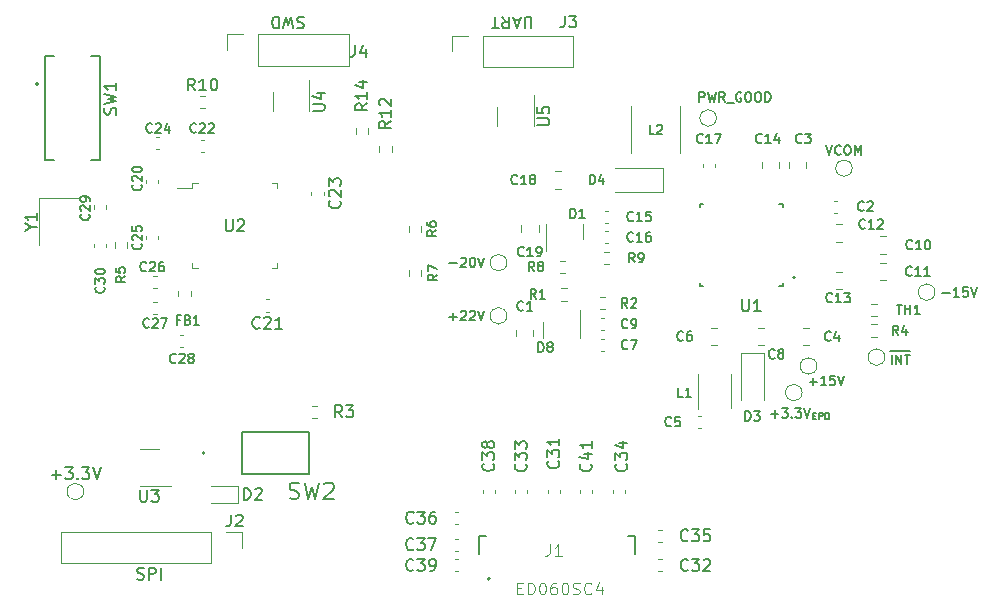
<source format=gbr>
%TF.GenerationSoftware,KiCad,Pcbnew,7.0.1*%
%TF.CreationDate,2023-04-19T22:54:30+02:00*%
%TF.ProjectId,ED060SC4_SPI_driver_board,45443036-3053-4433-945f-5350495f6472,rev?*%
%TF.SameCoordinates,Original*%
%TF.FileFunction,Legend,Top*%
%TF.FilePolarity,Positive*%
%FSLAX46Y46*%
G04 Gerber Fmt 4.6, Leading zero omitted, Abs format (unit mm)*
G04 Created by KiCad (PCBNEW 7.0.1) date 2023-04-19 22:54:30*
%MOMM*%
%LPD*%
G01*
G04 APERTURE LIST*
%ADD10C,0.150000*%
%ADD11C,0.015000*%
%ADD12C,0.120000*%
%ADD13C,0.127000*%
%ADD14C,0.200000*%
G04 APERTURE END LIST*
D10*
%TO.C,TP9*%
X123601191Y-80245095D02*
X123601191Y-79445095D01*
X123982143Y-80245095D02*
X123982143Y-79445095D01*
X123982143Y-79445095D02*
X124439286Y-80245095D01*
X124439286Y-80245095D02*
X124439286Y-79445095D01*
X124705952Y-79445095D02*
X125163095Y-79445095D01*
X124934523Y-80245095D02*
X124934523Y-79445095D01*
X123490715Y-79087000D02*
X125159286Y-79087000D01*
%TO.C,TP8*%
X107315476Y-57995095D02*
X107315476Y-57195095D01*
X107315476Y-57195095D02*
X107620238Y-57195095D01*
X107620238Y-57195095D02*
X107696428Y-57233190D01*
X107696428Y-57233190D02*
X107734523Y-57271285D01*
X107734523Y-57271285D02*
X107772619Y-57347476D01*
X107772619Y-57347476D02*
X107772619Y-57461761D01*
X107772619Y-57461761D02*
X107734523Y-57537952D01*
X107734523Y-57537952D02*
X107696428Y-57576047D01*
X107696428Y-57576047D02*
X107620238Y-57614142D01*
X107620238Y-57614142D02*
X107315476Y-57614142D01*
X108039285Y-57195095D02*
X108229761Y-57995095D01*
X108229761Y-57995095D02*
X108382142Y-57423666D01*
X108382142Y-57423666D02*
X108534523Y-57995095D01*
X108534523Y-57995095D02*
X108725000Y-57195095D01*
X109486905Y-57995095D02*
X109220238Y-57614142D01*
X109029762Y-57995095D02*
X109029762Y-57195095D01*
X109029762Y-57195095D02*
X109334524Y-57195095D01*
X109334524Y-57195095D02*
X109410714Y-57233190D01*
X109410714Y-57233190D02*
X109448809Y-57271285D01*
X109448809Y-57271285D02*
X109486905Y-57347476D01*
X109486905Y-57347476D02*
X109486905Y-57461761D01*
X109486905Y-57461761D02*
X109448809Y-57537952D01*
X109448809Y-57537952D02*
X109410714Y-57576047D01*
X109410714Y-57576047D02*
X109334524Y-57614142D01*
X109334524Y-57614142D02*
X109029762Y-57614142D01*
X109639286Y-58071285D02*
X110248809Y-58071285D01*
X110858333Y-57233190D02*
X110782143Y-57195095D01*
X110782143Y-57195095D02*
X110667857Y-57195095D01*
X110667857Y-57195095D02*
X110553571Y-57233190D01*
X110553571Y-57233190D02*
X110477381Y-57309380D01*
X110477381Y-57309380D02*
X110439286Y-57385571D01*
X110439286Y-57385571D02*
X110401190Y-57537952D01*
X110401190Y-57537952D02*
X110401190Y-57652238D01*
X110401190Y-57652238D02*
X110439286Y-57804619D01*
X110439286Y-57804619D02*
X110477381Y-57880809D01*
X110477381Y-57880809D02*
X110553571Y-57957000D01*
X110553571Y-57957000D02*
X110667857Y-57995095D01*
X110667857Y-57995095D02*
X110744048Y-57995095D01*
X110744048Y-57995095D02*
X110858333Y-57957000D01*
X110858333Y-57957000D02*
X110896429Y-57918904D01*
X110896429Y-57918904D02*
X110896429Y-57652238D01*
X110896429Y-57652238D02*
X110744048Y-57652238D01*
X111391667Y-57195095D02*
X111544048Y-57195095D01*
X111544048Y-57195095D02*
X111620238Y-57233190D01*
X111620238Y-57233190D02*
X111696429Y-57309380D01*
X111696429Y-57309380D02*
X111734524Y-57461761D01*
X111734524Y-57461761D02*
X111734524Y-57728428D01*
X111734524Y-57728428D02*
X111696429Y-57880809D01*
X111696429Y-57880809D02*
X111620238Y-57957000D01*
X111620238Y-57957000D02*
X111544048Y-57995095D01*
X111544048Y-57995095D02*
X111391667Y-57995095D01*
X111391667Y-57995095D02*
X111315476Y-57957000D01*
X111315476Y-57957000D02*
X111239286Y-57880809D01*
X111239286Y-57880809D02*
X111201190Y-57728428D01*
X111201190Y-57728428D02*
X111201190Y-57461761D01*
X111201190Y-57461761D02*
X111239286Y-57309380D01*
X111239286Y-57309380D02*
X111315476Y-57233190D01*
X111315476Y-57233190D02*
X111391667Y-57195095D01*
X112229762Y-57195095D02*
X112382143Y-57195095D01*
X112382143Y-57195095D02*
X112458333Y-57233190D01*
X112458333Y-57233190D02*
X112534524Y-57309380D01*
X112534524Y-57309380D02*
X112572619Y-57461761D01*
X112572619Y-57461761D02*
X112572619Y-57728428D01*
X112572619Y-57728428D02*
X112534524Y-57880809D01*
X112534524Y-57880809D02*
X112458333Y-57957000D01*
X112458333Y-57957000D02*
X112382143Y-57995095D01*
X112382143Y-57995095D02*
X112229762Y-57995095D01*
X112229762Y-57995095D02*
X112153571Y-57957000D01*
X112153571Y-57957000D02*
X112077381Y-57880809D01*
X112077381Y-57880809D02*
X112039285Y-57728428D01*
X112039285Y-57728428D02*
X112039285Y-57461761D01*
X112039285Y-57461761D02*
X112077381Y-57309380D01*
X112077381Y-57309380D02*
X112153571Y-57233190D01*
X112153571Y-57233190D02*
X112229762Y-57195095D01*
X112915476Y-57995095D02*
X112915476Y-57195095D01*
X112915476Y-57195095D02*
X113105952Y-57195095D01*
X113105952Y-57195095D02*
X113220238Y-57233190D01*
X113220238Y-57233190D02*
X113296428Y-57309380D01*
X113296428Y-57309380D02*
X113334523Y-57385571D01*
X113334523Y-57385571D02*
X113372619Y-57537952D01*
X113372619Y-57537952D02*
X113372619Y-57652238D01*
X113372619Y-57652238D02*
X113334523Y-57804619D01*
X113334523Y-57804619D02*
X113296428Y-57880809D01*
X113296428Y-57880809D02*
X113220238Y-57957000D01*
X113220238Y-57957000D02*
X113105952Y-57995095D01*
X113105952Y-57995095D02*
X112915476Y-57995095D01*
%TO.C,TP7*%
X118032143Y-61695095D02*
X118298810Y-62495095D01*
X118298810Y-62495095D02*
X118565476Y-61695095D01*
X119289286Y-62418904D02*
X119251190Y-62457000D01*
X119251190Y-62457000D02*
X119136905Y-62495095D01*
X119136905Y-62495095D02*
X119060714Y-62495095D01*
X119060714Y-62495095D02*
X118946428Y-62457000D01*
X118946428Y-62457000D02*
X118870238Y-62380809D01*
X118870238Y-62380809D02*
X118832143Y-62304619D01*
X118832143Y-62304619D02*
X118794047Y-62152238D01*
X118794047Y-62152238D02*
X118794047Y-62037952D01*
X118794047Y-62037952D02*
X118832143Y-61885571D01*
X118832143Y-61885571D02*
X118870238Y-61809380D01*
X118870238Y-61809380D02*
X118946428Y-61733190D01*
X118946428Y-61733190D02*
X119060714Y-61695095D01*
X119060714Y-61695095D02*
X119136905Y-61695095D01*
X119136905Y-61695095D02*
X119251190Y-61733190D01*
X119251190Y-61733190D02*
X119289286Y-61771285D01*
X119784524Y-61695095D02*
X119936905Y-61695095D01*
X119936905Y-61695095D02*
X120013095Y-61733190D01*
X120013095Y-61733190D02*
X120089286Y-61809380D01*
X120089286Y-61809380D02*
X120127381Y-61961761D01*
X120127381Y-61961761D02*
X120127381Y-62228428D01*
X120127381Y-62228428D02*
X120089286Y-62380809D01*
X120089286Y-62380809D02*
X120013095Y-62457000D01*
X120013095Y-62457000D02*
X119936905Y-62495095D01*
X119936905Y-62495095D02*
X119784524Y-62495095D01*
X119784524Y-62495095D02*
X119708333Y-62457000D01*
X119708333Y-62457000D02*
X119632143Y-62380809D01*
X119632143Y-62380809D02*
X119594047Y-62228428D01*
X119594047Y-62228428D02*
X119594047Y-61961761D01*
X119594047Y-61961761D02*
X119632143Y-61809380D01*
X119632143Y-61809380D02*
X119708333Y-61733190D01*
X119708333Y-61733190D02*
X119784524Y-61695095D01*
X120470238Y-62495095D02*
X120470238Y-61695095D01*
X120470238Y-61695095D02*
X120736904Y-62266523D01*
X120736904Y-62266523D02*
X121003571Y-61695095D01*
X121003571Y-61695095D02*
X121003571Y-62495095D01*
%TO.C,TP6*%
X86165476Y-71690333D02*
X86775000Y-71690333D01*
X87117856Y-71271285D02*
X87155952Y-71233190D01*
X87155952Y-71233190D02*
X87232142Y-71195095D01*
X87232142Y-71195095D02*
X87422618Y-71195095D01*
X87422618Y-71195095D02*
X87498809Y-71233190D01*
X87498809Y-71233190D02*
X87536904Y-71271285D01*
X87536904Y-71271285D02*
X87574999Y-71347476D01*
X87574999Y-71347476D02*
X87574999Y-71423666D01*
X87574999Y-71423666D02*
X87536904Y-71537952D01*
X87536904Y-71537952D02*
X87079761Y-71995095D01*
X87079761Y-71995095D02*
X87574999Y-71995095D01*
X88070238Y-71195095D02*
X88146428Y-71195095D01*
X88146428Y-71195095D02*
X88222619Y-71233190D01*
X88222619Y-71233190D02*
X88260714Y-71271285D01*
X88260714Y-71271285D02*
X88298809Y-71347476D01*
X88298809Y-71347476D02*
X88336904Y-71499857D01*
X88336904Y-71499857D02*
X88336904Y-71690333D01*
X88336904Y-71690333D02*
X88298809Y-71842714D01*
X88298809Y-71842714D02*
X88260714Y-71918904D01*
X88260714Y-71918904D02*
X88222619Y-71957000D01*
X88222619Y-71957000D02*
X88146428Y-71995095D01*
X88146428Y-71995095D02*
X88070238Y-71995095D01*
X88070238Y-71995095D02*
X87994047Y-71957000D01*
X87994047Y-71957000D02*
X87955952Y-71918904D01*
X87955952Y-71918904D02*
X87917857Y-71842714D01*
X87917857Y-71842714D02*
X87879761Y-71690333D01*
X87879761Y-71690333D02*
X87879761Y-71499857D01*
X87879761Y-71499857D02*
X87917857Y-71347476D01*
X87917857Y-71347476D02*
X87955952Y-71271285D01*
X87955952Y-71271285D02*
X87994047Y-71233190D01*
X87994047Y-71233190D02*
X88070238Y-71195095D01*
X88565476Y-71195095D02*
X88832143Y-71995095D01*
X88832143Y-71995095D02*
X89098809Y-71195095D01*
%TO.C,TP5*%
X86165476Y-76190333D02*
X86775000Y-76190333D01*
X86470238Y-76495095D02*
X86470238Y-75885571D01*
X87117856Y-75771285D02*
X87155952Y-75733190D01*
X87155952Y-75733190D02*
X87232142Y-75695095D01*
X87232142Y-75695095D02*
X87422618Y-75695095D01*
X87422618Y-75695095D02*
X87498809Y-75733190D01*
X87498809Y-75733190D02*
X87536904Y-75771285D01*
X87536904Y-75771285D02*
X87574999Y-75847476D01*
X87574999Y-75847476D02*
X87574999Y-75923666D01*
X87574999Y-75923666D02*
X87536904Y-76037952D01*
X87536904Y-76037952D02*
X87079761Y-76495095D01*
X87079761Y-76495095D02*
X87574999Y-76495095D01*
X87879761Y-75771285D02*
X87917857Y-75733190D01*
X87917857Y-75733190D02*
X87994047Y-75695095D01*
X87994047Y-75695095D02*
X88184523Y-75695095D01*
X88184523Y-75695095D02*
X88260714Y-75733190D01*
X88260714Y-75733190D02*
X88298809Y-75771285D01*
X88298809Y-75771285D02*
X88336904Y-75847476D01*
X88336904Y-75847476D02*
X88336904Y-75923666D01*
X88336904Y-75923666D02*
X88298809Y-76037952D01*
X88298809Y-76037952D02*
X87841666Y-76495095D01*
X87841666Y-76495095D02*
X88336904Y-76495095D01*
X88565476Y-75695095D02*
X88832143Y-76495095D01*
X88832143Y-76495095D02*
X89098809Y-75695095D01*
%TO.C,TP4*%
X127915476Y-74190333D02*
X128525000Y-74190333D01*
X129324999Y-74495095D02*
X128867856Y-74495095D01*
X129096428Y-74495095D02*
X129096428Y-73695095D01*
X129096428Y-73695095D02*
X129020237Y-73809380D01*
X129020237Y-73809380D02*
X128944047Y-73885571D01*
X128944047Y-73885571D02*
X128867856Y-73923666D01*
X130048809Y-73695095D02*
X129667857Y-73695095D01*
X129667857Y-73695095D02*
X129629761Y-74076047D01*
X129629761Y-74076047D02*
X129667857Y-74037952D01*
X129667857Y-74037952D02*
X129744047Y-73999857D01*
X129744047Y-73999857D02*
X129934523Y-73999857D01*
X129934523Y-73999857D02*
X130010714Y-74037952D01*
X130010714Y-74037952D02*
X130048809Y-74076047D01*
X130048809Y-74076047D02*
X130086904Y-74152238D01*
X130086904Y-74152238D02*
X130086904Y-74342714D01*
X130086904Y-74342714D02*
X130048809Y-74418904D01*
X130048809Y-74418904D02*
X130010714Y-74457000D01*
X130010714Y-74457000D02*
X129934523Y-74495095D01*
X129934523Y-74495095D02*
X129744047Y-74495095D01*
X129744047Y-74495095D02*
X129667857Y-74457000D01*
X129667857Y-74457000D02*
X129629761Y-74418904D01*
X130315476Y-73695095D02*
X130582143Y-74495095D01*
X130582143Y-74495095D02*
X130848809Y-73695095D01*
%TO.C,TP3*%
X116665476Y-81690333D02*
X117275000Y-81690333D01*
X116970238Y-81995095D02*
X116970238Y-81385571D01*
X118074999Y-81995095D02*
X117617856Y-81995095D01*
X117846428Y-81995095D02*
X117846428Y-81195095D01*
X117846428Y-81195095D02*
X117770237Y-81309380D01*
X117770237Y-81309380D02*
X117694047Y-81385571D01*
X117694047Y-81385571D02*
X117617856Y-81423666D01*
X118798809Y-81195095D02*
X118417857Y-81195095D01*
X118417857Y-81195095D02*
X118379761Y-81576047D01*
X118379761Y-81576047D02*
X118417857Y-81537952D01*
X118417857Y-81537952D02*
X118494047Y-81499857D01*
X118494047Y-81499857D02*
X118684523Y-81499857D01*
X118684523Y-81499857D02*
X118760714Y-81537952D01*
X118760714Y-81537952D02*
X118798809Y-81576047D01*
X118798809Y-81576047D02*
X118836904Y-81652238D01*
X118836904Y-81652238D02*
X118836904Y-81842714D01*
X118836904Y-81842714D02*
X118798809Y-81918904D01*
X118798809Y-81918904D02*
X118760714Y-81957000D01*
X118760714Y-81957000D02*
X118684523Y-81995095D01*
X118684523Y-81995095D02*
X118494047Y-81995095D01*
X118494047Y-81995095D02*
X118417857Y-81957000D01*
X118417857Y-81957000D02*
X118379761Y-81918904D01*
X119065476Y-81195095D02*
X119332143Y-81995095D01*
X119332143Y-81995095D02*
X119598809Y-81195095D01*
%TO.C,TP2*%
X113411667Y-84440333D02*
X114021191Y-84440333D01*
X113716429Y-84745095D02*
X113716429Y-84135571D01*
X114325952Y-83945095D02*
X114821190Y-83945095D01*
X114821190Y-83945095D02*
X114554524Y-84249857D01*
X114554524Y-84249857D02*
X114668809Y-84249857D01*
X114668809Y-84249857D02*
X114745000Y-84287952D01*
X114745000Y-84287952D02*
X114783095Y-84326047D01*
X114783095Y-84326047D02*
X114821190Y-84402238D01*
X114821190Y-84402238D02*
X114821190Y-84592714D01*
X114821190Y-84592714D02*
X114783095Y-84668904D01*
X114783095Y-84668904D02*
X114745000Y-84707000D01*
X114745000Y-84707000D02*
X114668809Y-84745095D01*
X114668809Y-84745095D02*
X114440238Y-84745095D01*
X114440238Y-84745095D02*
X114364047Y-84707000D01*
X114364047Y-84707000D02*
X114325952Y-84668904D01*
X115164048Y-84668904D02*
X115202143Y-84707000D01*
X115202143Y-84707000D02*
X115164048Y-84745095D01*
X115164048Y-84745095D02*
X115125952Y-84707000D01*
X115125952Y-84707000D02*
X115164048Y-84668904D01*
X115164048Y-84668904D02*
X115164048Y-84745095D01*
X115468809Y-83945095D02*
X115964047Y-83945095D01*
X115964047Y-83945095D02*
X115697381Y-84249857D01*
X115697381Y-84249857D02*
X115811666Y-84249857D01*
X115811666Y-84249857D02*
X115887857Y-84287952D01*
X115887857Y-84287952D02*
X115925952Y-84326047D01*
X115925952Y-84326047D02*
X115964047Y-84402238D01*
X115964047Y-84402238D02*
X115964047Y-84592714D01*
X115964047Y-84592714D02*
X115925952Y-84668904D01*
X115925952Y-84668904D02*
X115887857Y-84707000D01*
X115887857Y-84707000D02*
X115811666Y-84745095D01*
X115811666Y-84745095D02*
X115583095Y-84745095D01*
X115583095Y-84745095D02*
X115506904Y-84707000D01*
X115506904Y-84707000D02*
X115468809Y-84668904D01*
X116192619Y-83945095D02*
X116459286Y-84745095D01*
X116459286Y-84745095D02*
X116725952Y-83945095D01*
X116935476Y-84608333D02*
X117122143Y-84608333D01*
X117202143Y-84901666D02*
X116935476Y-84901666D01*
X116935476Y-84901666D02*
X116935476Y-84341666D01*
X116935476Y-84341666D02*
X117202143Y-84341666D01*
X117442143Y-84901666D02*
X117442143Y-84341666D01*
X117442143Y-84341666D02*
X117655476Y-84341666D01*
X117655476Y-84341666D02*
X117708810Y-84368333D01*
X117708810Y-84368333D02*
X117735476Y-84395000D01*
X117735476Y-84395000D02*
X117762143Y-84448333D01*
X117762143Y-84448333D02*
X117762143Y-84528333D01*
X117762143Y-84528333D02*
X117735476Y-84581666D01*
X117735476Y-84581666D02*
X117708810Y-84608333D01*
X117708810Y-84608333D02*
X117655476Y-84635000D01*
X117655476Y-84635000D02*
X117442143Y-84635000D01*
X118002143Y-84901666D02*
X118002143Y-84341666D01*
X118002143Y-84341666D02*
X118135476Y-84341666D01*
X118135476Y-84341666D02*
X118215476Y-84368333D01*
X118215476Y-84368333D02*
X118268810Y-84421666D01*
X118268810Y-84421666D02*
X118295476Y-84475000D01*
X118295476Y-84475000D02*
X118322143Y-84581666D01*
X118322143Y-84581666D02*
X118322143Y-84661666D01*
X118322143Y-84661666D02*
X118295476Y-84768333D01*
X118295476Y-84768333D02*
X118268810Y-84821666D01*
X118268810Y-84821666D02*
X118215476Y-84875000D01*
X118215476Y-84875000D02*
X118135476Y-84901666D01*
X118135476Y-84901666D02*
X118002143Y-84901666D01*
%TO.C,TP1*%
X52500000Y-89581666D02*
X53261905Y-89581666D01*
X52880952Y-89962619D02*
X52880952Y-89200714D01*
X53642857Y-88962619D02*
X54261904Y-88962619D01*
X54261904Y-88962619D02*
X53928571Y-89343571D01*
X53928571Y-89343571D02*
X54071428Y-89343571D01*
X54071428Y-89343571D02*
X54166666Y-89391190D01*
X54166666Y-89391190D02*
X54214285Y-89438809D01*
X54214285Y-89438809D02*
X54261904Y-89534047D01*
X54261904Y-89534047D02*
X54261904Y-89772142D01*
X54261904Y-89772142D02*
X54214285Y-89867380D01*
X54214285Y-89867380D02*
X54166666Y-89915000D01*
X54166666Y-89915000D02*
X54071428Y-89962619D01*
X54071428Y-89962619D02*
X53785714Y-89962619D01*
X53785714Y-89962619D02*
X53690476Y-89915000D01*
X53690476Y-89915000D02*
X53642857Y-89867380D01*
X54690476Y-89867380D02*
X54738095Y-89915000D01*
X54738095Y-89915000D02*
X54690476Y-89962619D01*
X54690476Y-89962619D02*
X54642857Y-89915000D01*
X54642857Y-89915000D02*
X54690476Y-89867380D01*
X54690476Y-89867380D02*
X54690476Y-89962619D01*
X55071428Y-88962619D02*
X55690475Y-88962619D01*
X55690475Y-88962619D02*
X55357142Y-89343571D01*
X55357142Y-89343571D02*
X55499999Y-89343571D01*
X55499999Y-89343571D02*
X55595237Y-89391190D01*
X55595237Y-89391190D02*
X55642856Y-89438809D01*
X55642856Y-89438809D02*
X55690475Y-89534047D01*
X55690475Y-89534047D02*
X55690475Y-89772142D01*
X55690475Y-89772142D02*
X55642856Y-89867380D01*
X55642856Y-89867380D02*
X55595237Y-89915000D01*
X55595237Y-89915000D02*
X55499999Y-89962619D01*
X55499999Y-89962619D02*
X55214285Y-89962619D01*
X55214285Y-89962619D02*
X55119047Y-89915000D01*
X55119047Y-89915000D02*
X55071428Y-89867380D01*
X55976190Y-88962619D02*
X56309523Y-89962619D01*
X56309523Y-89962619D02*
X56642856Y-88962619D01*
%TO.C,U1*%
X110938095Y-74722619D02*
X110938095Y-75532142D01*
X110938095Y-75532142D02*
X110985714Y-75627380D01*
X110985714Y-75627380D02*
X111033333Y-75675000D01*
X111033333Y-75675000D02*
X111128571Y-75722619D01*
X111128571Y-75722619D02*
X111319047Y-75722619D01*
X111319047Y-75722619D02*
X111414285Y-75675000D01*
X111414285Y-75675000D02*
X111461904Y-75627380D01*
X111461904Y-75627380D02*
X111509523Y-75532142D01*
X111509523Y-75532142D02*
X111509523Y-74722619D01*
X112509523Y-75722619D02*
X111938095Y-75722619D01*
X112223809Y-75722619D02*
X112223809Y-74722619D01*
X112223809Y-74722619D02*
X112128571Y-74865476D01*
X112128571Y-74865476D02*
X112033333Y-74960714D01*
X112033333Y-74960714D02*
X111938095Y-75008333D01*
%TO.C,R9*%
X101847919Y-71596343D02*
X101581252Y-71215390D01*
X101390776Y-71596343D02*
X101390776Y-70796343D01*
X101390776Y-70796343D02*
X101695538Y-70796343D01*
X101695538Y-70796343D02*
X101771728Y-70834438D01*
X101771728Y-70834438D02*
X101809823Y-70872533D01*
X101809823Y-70872533D02*
X101847919Y-70948724D01*
X101847919Y-70948724D02*
X101847919Y-71063009D01*
X101847919Y-71063009D02*
X101809823Y-71139200D01*
X101809823Y-71139200D02*
X101771728Y-71177295D01*
X101771728Y-71177295D02*
X101695538Y-71215390D01*
X101695538Y-71215390D02*
X101390776Y-71215390D01*
X102228871Y-71596343D02*
X102381252Y-71596343D01*
X102381252Y-71596343D02*
X102457442Y-71558248D01*
X102457442Y-71558248D02*
X102495538Y-71520152D01*
X102495538Y-71520152D02*
X102571728Y-71405867D01*
X102571728Y-71405867D02*
X102609823Y-71253486D01*
X102609823Y-71253486D02*
X102609823Y-70948724D01*
X102609823Y-70948724D02*
X102571728Y-70872533D01*
X102571728Y-70872533D02*
X102533633Y-70834438D01*
X102533633Y-70834438D02*
X102457442Y-70796343D01*
X102457442Y-70796343D02*
X102305061Y-70796343D01*
X102305061Y-70796343D02*
X102228871Y-70834438D01*
X102228871Y-70834438D02*
X102190776Y-70872533D01*
X102190776Y-70872533D02*
X102152680Y-70948724D01*
X102152680Y-70948724D02*
X102152680Y-71139200D01*
X102152680Y-71139200D02*
X102190776Y-71215390D01*
X102190776Y-71215390D02*
X102228871Y-71253486D01*
X102228871Y-71253486D02*
X102305061Y-71291581D01*
X102305061Y-71291581D02*
X102457442Y-71291581D01*
X102457442Y-71291581D02*
X102533633Y-71253486D01*
X102533633Y-71253486D02*
X102571728Y-71215390D01*
X102571728Y-71215390D02*
X102609823Y-71139200D01*
%TO.C,R8*%
X93347919Y-72346343D02*
X93081252Y-71965390D01*
X92890776Y-72346343D02*
X92890776Y-71546343D01*
X92890776Y-71546343D02*
X93195538Y-71546343D01*
X93195538Y-71546343D02*
X93271728Y-71584438D01*
X93271728Y-71584438D02*
X93309823Y-71622533D01*
X93309823Y-71622533D02*
X93347919Y-71698724D01*
X93347919Y-71698724D02*
X93347919Y-71813009D01*
X93347919Y-71813009D02*
X93309823Y-71889200D01*
X93309823Y-71889200D02*
X93271728Y-71927295D01*
X93271728Y-71927295D02*
X93195538Y-71965390D01*
X93195538Y-71965390D02*
X92890776Y-71965390D01*
X93805061Y-71889200D02*
X93728871Y-71851105D01*
X93728871Y-71851105D02*
X93690776Y-71813009D01*
X93690776Y-71813009D02*
X93652680Y-71736819D01*
X93652680Y-71736819D02*
X93652680Y-71698724D01*
X93652680Y-71698724D02*
X93690776Y-71622533D01*
X93690776Y-71622533D02*
X93728871Y-71584438D01*
X93728871Y-71584438D02*
X93805061Y-71546343D01*
X93805061Y-71546343D02*
X93957442Y-71546343D01*
X93957442Y-71546343D02*
X94033633Y-71584438D01*
X94033633Y-71584438D02*
X94071728Y-71622533D01*
X94071728Y-71622533D02*
X94109823Y-71698724D01*
X94109823Y-71698724D02*
X94109823Y-71736819D01*
X94109823Y-71736819D02*
X94071728Y-71813009D01*
X94071728Y-71813009D02*
X94033633Y-71851105D01*
X94033633Y-71851105D02*
X93957442Y-71889200D01*
X93957442Y-71889200D02*
X93805061Y-71889200D01*
X93805061Y-71889200D02*
X93728871Y-71927295D01*
X93728871Y-71927295D02*
X93690776Y-71965390D01*
X93690776Y-71965390D02*
X93652680Y-72041581D01*
X93652680Y-72041581D02*
X93652680Y-72193962D01*
X93652680Y-72193962D02*
X93690776Y-72270152D01*
X93690776Y-72270152D02*
X93728871Y-72308248D01*
X93728871Y-72308248D02*
X93805061Y-72346343D01*
X93805061Y-72346343D02*
X93957442Y-72346343D01*
X93957442Y-72346343D02*
X94033633Y-72308248D01*
X94033633Y-72308248D02*
X94071728Y-72270152D01*
X94071728Y-72270152D02*
X94109823Y-72193962D01*
X94109823Y-72193962D02*
X94109823Y-72041581D01*
X94109823Y-72041581D02*
X94071728Y-71965390D01*
X94071728Y-71965390D02*
X94033633Y-71927295D01*
X94033633Y-71927295D02*
X93957442Y-71889200D01*
%TO.C,D1*%
X96390776Y-67846343D02*
X96390776Y-67046343D01*
X96390776Y-67046343D02*
X96581252Y-67046343D01*
X96581252Y-67046343D02*
X96695538Y-67084438D01*
X96695538Y-67084438D02*
X96771728Y-67160628D01*
X96771728Y-67160628D02*
X96809823Y-67236819D01*
X96809823Y-67236819D02*
X96847919Y-67389200D01*
X96847919Y-67389200D02*
X96847919Y-67503486D01*
X96847919Y-67503486D02*
X96809823Y-67655867D01*
X96809823Y-67655867D02*
X96771728Y-67732057D01*
X96771728Y-67732057D02*
X96695538Y-67808248D01*
X96695538Y-67808248D02*
X96581252Y-67846343D01*
X96581252Y-67846343D02*
X96390776Y-67846343D01*
X97609823Y-67846343D02*
X97152680Y-67846343D01*
X97381252Y-67846343D02*
X97381252Y-67046343D01*
X97381252Y-67046343D02*
X97305061Y-67160628D01*
X97305061Y-67160628D02*
X97228871Y-67236819D01*
X97228871Y-67236819D02*
X97152680Y-67274914D01*
%TO.C,C19*%
X92466966Y-71020152D02*
X92428870Y-71058248D01*
X92428870Y-71058248D02*
X92314585Y-71096343D01*
X92314585Y-71096343D02*
X92238394Y-71096343D01*
X92238394Y-71096343D02*
X92124108Y-71058248D01*
X92124108Y-71058248D02*
X92047918Y-70982057D01*
X92047918Y-70982057D02*
X92009823Y-70905867D01*
X92009823Y-70905867D02*
X91971727Y-70753486D01*
X91971727Y-70753486D02*
X91971727Y-70639200D01*
X91971727Y-70639200D02*
X92009823Y-70486819D01*
X92009823Y-70486819D02*
X92047918Y-70410628D01*
X92047918Y-70410628D02*
X92124108Y-70334438D01*
X92124108Y-70334438D02*
X92238394Y-70296343D01*
X92238394Y-70296343D02*
X92314585Y-70296343D01*
X92314585Y-70296343D02*
X92428870Y-70334438D01*
X92428870Y-70334438D02*
X92466966Y-70372533D01*
X93228870Y-71096343D02*
X92771727Y-71096343D01*
X93000299Y-71096343D02*
X93000299Y-70296343D01*
X93000299Y-70296343D02*
X92924108Y-70410628D01*
X92924108Y-70410628D02*
X92847918Y-70486819D01*
X92847918Y-70486819D02*
X92771727Y-70524914D01*
X93609823Y-71096343D02*
X93762204Y-71096343D01*
X93762204Y-71096343D02*
X93838394Y-71058248D01*
X93838394Y-71058248D02*
X93876490Y-71020152D01*
X93876490Y-71020152D02*
X93952680Y-70905867D01*
X93952680Y-70905867D02*
X93990775Y-70753486D01*
X93990775Y-70753486D02*
X93990775Y-70448724D01*
X93990775Y-70448724D02*
X93952680Y-70372533D01*
X93952680Y-70372533D02*
X93914585Y-70334438D01*
X93914585Y-70334438D02*
X93838394Y-70296343D01*
X93838394Y-70296343D02*
X93686013Y-70296343D01*
X93686013Y-70296343D02*
X93609823Y-70334438D01*
X93609823Y-70334438D02*
X93571728Y-70372533D01*
X93571728Y-70372533D02*
X93533632Y-70448724D01*
X93533632Y-70448724D02*
X93533632Y-70639200D01*
X93533632Y-70639200D02*
X93571728Y-70715390D01*
X93571728Y-70715390D02*
X93609823Y-70753486D01*
X93609823Y-70753486D02*
X93686013Y-70791581D01*
X93686013Y-70791581D02*
X93838394Y-70791581D01*
X93838394Y-70791581D02*
X93914585Y-70753486D01*
X93914585Y-70753486D02*
X93952680Y-70715390D01*
X93952680Y-70715390D02*
X93990775Y-70639200D01*
%TO.C,C16*%
X101716966Y-69770152D02*
X101678870Y-69808248D01*
X101678870Y-69808248D02*
X101564585Y-69846343D01*
X101564585Y-69846343D02*
X101488394Y-69846343D01*
X101488394Y-69846343D02*
X101374108Y-69808248D01*
X101374108Y-69808248D02*
X101297918Y-69732057D01*
X101297918Y-69732057D02*
X101259823Y-69655867D01*
X101259823Y-69655867D02*
X101221727Y-69503486D01*
X101221727Y-69503486D02*
X101221727Y-69389200D01*
X101221727Y-69389200D02*
X101259823Y-69236819D01*
X101259823Y-69236819D02*
X101297918Y-69160628D01*
X101297918Y-69160628D02*
X101374108Y-69084438D01*
X101374108Y-69084438D02*
X101488394Y-69046343D01*
X101488394Y-69046343D02*
X101564585Y-69046343D01*
X101564585Y-69046343D02*
X101678870Y-69084438D01*
X101678870Y-69084438D02*
X101716966Y-69122533D01*
X102478870Y-69846343D02*
X102021727Y-69846343D01*
X102250299Y-69846343D02*
X102250299Y-69046343D01*
X102250299Y-69046343D02*
X102174108Y-69160628D01*
X102174108Y-69160628D02*
X102097918Y-69236819D01*
X102097918Y-69236819D02*
X102021727Y-69274914D01*
X103164585Y-69046343D02*
X103012204Y-69046343D01*
X103012204Y-69046343D02*
X102936013Y-69084438D01*
X102936013Y-69084438D02*
X102897918Y-69122533D01*
X102897918Y-69122533D02*
X102821728Y-69236819D01*
X102821728Y-69236819D02*
X102783632Y-69389200D01*
X102783632Y-69389200D02*
X102783632Y-69693962D01*
X102783632Y-69693962D02*
X102821728Y-69770152D01*
X102821728Y-69770152D02*
X102859823Y-69808248D01*
X102859823Y-69808248D02*
X102936013Y-69846343D01*
X102936013Y-69846343D02*
X103088394Y-69846343D01*
X103088394Y-69846343D02*
X103164585Y-69808248D01*
X103164585Y-69808248D02*
X103202680Y-69770152D01*
X103202680Y-69770152D02*
X103240775Y-69693962D01*
X103240775Y-69693962D02*
X103240775Y-69503486D01*
X103240775Y-69503486D02*
X103202680Y-69427295D01*
X103202680Y-69427295D02*
X103164585Y-69389200D01*
X103164585Y-69389200D02*
X103088394Y-69351105D01*
X103088394Y-69351105D02*
X102936013Y-69351105D01*
X102936013Y-69351105D02*
X102859823Y-69389200D01*
X102859823Y-69389200D02*
X102821728Y-69427295D01*
X102821728Y-69427295D02*
X102783632Y-69503486D01*
%TO.C,C15*%
X101716966Y-68020152D02*
X101678870Y-68058248D01*
X101678870Y-68058248D02*
X101564585Y-68096343D01*
X101564585Y-68096343D02*
X101488394Y-68096343D01*
X101488394Y-68096343D02*
X101374108Y-68058248D01*
X101374108Y-68058248D02*
X101297918Y-67982057D01*
X101297918Y-67982057D02*
X101259823Y-67905867D01*
X101259823Y-67905867D02*
X101221727Y-67753486D01*
X101221727Y-67753486D02*
X101221727Y-67639200D01*
X101221727Y-67639200D02*
X101259823Y-67486819D01*
X101259823Y-67486819D02*
X101297918Y-67410628D01*
X101297918Y-67410628D02*
X101374108Y-67334438D01*
X101374108Y-67334438D02*
X101488394Y-67296343D01*
X101488394Y-67296343D02*
X101564585Y-67296343D01*
X101564585Y-67296343D02*
X101678870Y-67334438D01*
X101678870Y-67334438D02*
X101716966Y-67372533D01*
X102478870Y-68096343D02*
X102021727Y-68096343D01*
X102250299Y-68096343D02*
X102250299Y-67296343D01*
X102250299Y-67296343D02*
X102174108Y-67410628D01*
X102174108Y-67410628D02*
X102097918Y-67486819D01*
X102097918Y-67486819D02*
X102021727Y-67524914D01*
X103202680Y-67296343D02*
X102821728Y-67296343D01*
X102821728Y-67296343D02*
X102783632Y-67677295D01*
X102783632Y-67677295D02*
X102821728Y-67639200D01*
X102821728Y-67639200D02*
X102897918Y-67601105D01*
X102897918Y-67601105D02*
X103088394Y-67601105D01*
X103088394Y-67601105D02*
X103164585Y-67639200D01*
X103164585Y-67639200D02*
X103202680Y-67677295D01*
X103202680Y-67677295D02*
X103240775Y-67753486D01*
X103240775Y-67753486D02*
X103240775Y-67943962D01*
X103240775Y-67943962D02*
X103202680Y-68020152D01*
X103202680Y-68020152D02*
X103164585Y-68058248D01*
X103164585Y-68058248D02*
X103088394Y-68096343D01*
X103088394Y-68096343D02*
X102897918Y-68096343D01*
X102897918Y-68096343D02*
X102821728Y-68058248D01*
X102821728Y-68058248D02*
X102783632Y-68020152D01*
%TO.C,J2*%
X67669866Y-92962619D02*
X67669866Y-93676904D01*
X67669866Y-93676904D02*
X67622247Y-93819761D01*
X67622247Y-93819761D02*
X67527009Y-93915000D01*
X67527009Y-93915000D02*
X67384152Y-93962619D01*
X67384152Y-93962619D02*
X67288914Y-93962619D01*
X68098438Y-93057857D02*
X68146057Y-93010238D01*
X68146057Y-93010238D02*
X68241295Y-92962619D01*
X68241295Y-92962619D02*
X68479390Y-92962619D01*
X68479390Y-92962619D02*
X68574628Y-93010238D01*
X68574628Y-93010238D02*
X68622247Y-93057857D01*
X68622247Y-93057857D02*
X68669866Y-93153095D01*
X68669866Y-93153095D02*
X68669866Y-93248333D01*
X68669866Y-93248333D02*
X68622247Y-93391190D01*
X68622247Y-93391190D02*
X68050819Y-93962619D01*
X68050819Y-93962619D02*
X68669866Y-93962619D01*
X59729391Y-98415000D02*
X59872248Y-98462619D01*
X59872248Y-98462619D02*
X60110343Y-98462619D01*
X60110343Y-98462619D02*
X60205581Y-98415000D01*
X60205581Y-98415000D02*
X60253200Y-98367380D01*
X60253200Y-98367380D02*
X60300819Y-98272142D01*
X60300819Y-98272142D02*
X60300819Y-98176904D01*
X60300819Y-98176904D02*
X60253200Y-98081666D01*
X60253200Y-98081666D02*
X60205581Y-98034047D01*
X60205581Y-98034047D02*
X60110343Y-97986428D01*
X60110343Y-97986428D02*
X59919867Y-97938809D01*
X59919867Y-97938809D02*
X59824629Y-97891190D01*
X59824629Y-97891190D02*
X59777010Y-97843571D01*
X59777010Y-97843571D02*
X59729391Y-97748333D01*
X59729391Y-97748333D02*
X59729391Y-97653095D01*
X59729391Y-97653095D02*
X59777010Y-97557857D01*
X59777010Y-97557857D02*
X59824629Y-97510238D01*
X59824629Y-97510238D02*
X59919867Y-97462619D01*
X59919867Y-97462619D02*
X60157962Y-97462619D01*
X60157962Y-97462619D02*
X60300819Y-97510238D01*
X60729391Y-98462619D02*
X60729391Y-97462619D01*
X60729391Y-97462619D02*
X61110343Y-97462619D01*
X61110343Y-97462619D02*
X61205581Y-97510238D01*
X61205581Y-97510238D02*
X61253200Y-97557857D01*
X61253200Y-97557857D02*
X61300819Y-97653095D01*
X61300819Y-97653095D02*
X61300819Y-97795952D01*
X61300819Y-97795952D02*
X61253200Y-97891190D01*
X61253200Y-97891190D02*
X61205581Y-97938809D01*
X61205581Y-97938809D02*
X61110343Y-97986428D01*
X61110343Y-97986428D02*
X60729391Y-97986428D01*
X61729391Y-98462619D02*
X61729391Y-97462619D01*
%TO.C,Y1*%
X50736428Y-68626190D02*
X51212619Y-68626190D01*
X50212619Y-68959523D02*
X50736428Y-68626190D01*
X50736428Y-68626190D02*
X50212619Y-68292857D01*
X51212619Y-67435714D02*
X51212619Y-68007142D01*
X51212619Y-67721428D02*
X50212619Y-67721428D01*
X50212619Y-67721428D02*
X50355476Y-67816666D01*
X50355476Y-67816666D02*
X50450714Y-67911904D01*
X50450714Y-67911904D02*
X50498333Y-68007142D01*
%TO.C,U5*%
X93622619Y-59986904D02*
X94432142Y-59986904D01*
X94432142Y-59986904D02*
X94527380Y-59939285D01*
X94527380Y-59939285D02*
X94575000Y-59891666D01*
X94575000Y-59891666D02*
X94622619Y-59796428D01*
X94622619Y-59796428D02*
X94622619Y-59605952D01*
X94622619Y-59605952D02*
X94575000Y-59510714D01*
X94575000Y-59510714D02*
X94527380Y-59463095D01*
X94527380Y-59463095D02*
X94432142Y-59415476D01*
X94432142Y-59415476D02*
X93622619Y-59415476D01*
X93622619Y-58463095D02*
X93622619Y-58939285D01*
X93622619Y-58939285D02*
X94098809Y-58986904D01*
X94098809Y-58986904D02*
X94051190Y-58939285D01*
X94051190Y-58939285D02*
X94003571Y-58844047D01*
X94003571Y-58844047D02*
X94003571Y-58605952D01*
X94003571Y-58605952D02*
X94051190Y-58510714D01*
X94051190Y-58510714D02*
X94098809Y-58463095D01*
X94098809Y-58463095D02*
X94194047Y-58415476D01*
X94194047Y-58415476D02*
X94432142Y-58415476D01*
X94432142Y-58415476D02*
X94527380Y-58463095D01*
X94527380Y-58463095D02*
X94575000Y-58510714D01*
X94575000Y-58510714D02*
X94622619Y-58605952D01*
X94622619Y-58605952D02*
X94622619Y-58844047D01*
X94622619Y-58844047D02*
X94575000Y-58939285D01*
X94575000Y-58939285D02*
X94527380Y-58986904D01*
%TO.C,U4*%
X74612619Y-58761904D02*
X75422142Y-58761904D01*
X75422142Y-58761904D02*
X75517380Y-58714285D01*
X75517380Y-58714285D02*
X75565000Y-58666666D01*
X75565000Y-58666666D02*
X75612619Y-58571428D01*
X75612619Y-58571428D02*
X75612619Y-58380952D01*
X75612619Y-58380952D02*
X75565000Y-58285714D01*
X75565000Y-58285714D02*
X75517380Y-58238095D01*
X75517380Y-58238095D02*
X75422142Y-58190476D01*
X75422142Y-58190476D02*
X74612619Y-58190476D01*
X74945952Y-57285714D02*
X75612619Y-57285714D01*
X74565000Y-57523809D02*
X75279285Y-57761904D01*
X75279285Y-57761904D02*
X75279285Y-57142857D01*
%TO.C,U3*%
X59991295Y-90862619D02*
X59991295Y-91672142D01*
X59991295Y-91672142D02*
X60038914Y-91767380D01*
X60038914Y-91767380D02*
X60086533Y-91815000D01*
X60086533Y-91815000D02*
X60181771Y-91862619D01*
X60181771Y-91862619D02*
X60372247Y-91862619D01*
X60372247Y-91862619D02*
X60467485Y-91815000D01*
X60467485Y-91815000D02*
X60515104Y-91767380D01*
X60515104Y-91767380D02*
X60562723Y-91672142D01*
X60562723Y-91672142D02*
X60562723Y-90862619D01*
X60943676Y-90862619D02*
X61562723Y-90862619D01*
X61562723Y-90862619D02*
X61229390Y-91243571D01*
X61229390Y-91243571D02*
X61372247Y-91243571D01*
X61372247Y-91243571D02*
X61467485Y-91291190D01*
X61467485Y-91291190D02*
X61515104Y-91338809D01*
X61515104Y-91338809D02*
X61562723Y-91434047D01*
X61562723Y-91434047D02*
X61562723Y-91672142D01*
X61562723Y-91672142D02*
X61515104Y-91767380D01*
X61515104Y-91767380D02*
X61467485Y-91815000D01*
X61467485Y-91815000D02*
X61372247Y-91862619D01*
X61372247Y-91862619D02*
X61086533Y-91862619D01*
X61086533Y-91862619D02*
X60991295Y-91815000D01*
X60991295Y-91815000D02*
X60943676Y-91767380D01*
%TO.C,U2*%
X67238095Y-67962619D02*
X67238095Y-68772142D01*
X67238095Y-68772142D02*
X67285714Y-68867380D01*
X67285714Y-68867380D02*
X67333333Y-68915000D01*
X67333333Y-68915000D02*
X67428571Y-68962619D01*
X67428571Y-68962619D02*
X67619047Y-68962619D01*
X67619047Y-68962619D02*
X67714285Y-68915000D01*
X67714285Y-68915000D02*
X67761904Y-68867380D01*
X67761904Y-68867380D02*
X67809523Y-68772142D01*
X67809523Y-68772142D02*
X67809523Y-67962619D01*
X68238095Y-68057857D02*
X68285714Y-68010238D01*
X68285714Y-68010238D02*
X68380952Y-67962619D01*
X68380952Y-67962619D02*
X68619047Y-67962619D01*
X68619047Y-67962619D02*
X68714285Y-68010238D01*
X68714285Y-68010238D02*
X68761904Y-68057857D01*
X68761904Y-68057857D02*
X68809523Y-68153095D01*
X68809523Y-68153095D02*
X68809523Y-68248333D01*
X68809523Y-68248333D02*
X68761904Y-68391190D01*
X68761904Y-68391190D02*
X68190476Y-68962619D01*
X68190476Y-68962619D02*
X68809523Y-68962619D01*
%TO.C,TH1*%
X124021428Y-75195095D02*
X124478571Y-75195095D01*
X124249999Y-75995095D02*
X124249999Y-75195095D01*
X124745238Y-75995095D02*
X124745238Y-75195095D01*
X124745238Y-75576047D02*
X125202381Y-75576047D01*
X125202381Y-75995095D02*
X125202381Y-75195095D01*
X126002380Y-75995095D02*
X125545237Y-75995095D01*
X125773809Y-75995095D02*
X125773809Y-75195095D01*
X125773809Y-75195095D02*
X125697618Y-75309380D01*
X125697618Y-75309380D02*
X125621428Y-75385571D01*
X125621428Y-75385571D02*
X125545237Y-75423666D01*
%TO.C,SW2*%
X72633333Y-91581000D02*
X72833333Y-91647666D01*
X72833333Y-91647666D02*
X73166667Y-91647666D01*
X73166667Y-91647666D02*
X73300000Y-91581000D01*
X73300000Y-91581000D02*
X73366667Y-91514333D01*
X73366667Y-91514333D02*
X73433333Y-91381000D01*
X73433333Y-91381000D02*
X73433333Y-91247666D01*
X73433333Y-91247666D02*
X73366667Y-91114333D01*
X73366667Y-91114333D02*
X73300000Y-91047666D01*
X73300000Y-91047666D02*
X73166667Y-90981000D01*
X73166667Y-90981000D02*
X72900000Y-90914333D01*
X72900000Y-90914333D02*
X72766667Y-90847666D01*
X72766667Y-90847666D02*
X72700000Y-90781000D01*
X72700000Y-90781000D02*
X72633333Y-90647666D01*
X72633333Y-90647666D02*
X72633333Y-90514333D01*
X72633333Y-90514333D02*
X72700000Y-90381000D01*
X72700000Y-90381000D02*
X72766667Y-90314333D01*
X72766667Y-90314333D02*
X72900000Y-90247666D01*
X72900000Y-90247666D02*
X73233333Y-90247666D01*
X73233333Y-90247666D02*
X73433333Y-90314333D01*
X73900000Y-90247666D02*
X74233333Y-91647666D01*
X74233333Y-91647666D02*
X74500000Y-90647666D01*
X74500000Y-90647666D02*
X74766666Y-91647666D01*
X74766666Y-91647666D02*
X75100000Y-90247666D01*
X75566666Y-90381000D02*
X75633333Y-90314333D01*
X75633333Y-90314333D02*
X75766666Y-90247666D01*
X75766666Y-90247666D02*
X76100000Y-90247666D01*
X76100000Y-90247666D02*
X76233333Y-90314333D01*
X76233333Y-90314333D02*
X76300000Y-90381000D01*
X76300000Y-90381000D02*
X76366666Y-90514333D01*
X76366666Y-90514333D02*
X76366666Y-90647666D01*
X76366666Y-90647666D02*
X76300000Y-90847666D01*
X76300000Y-90847666D02*
X75500000Y-91647666D01*
X75500000Y-91647666D02*
X76366666Y-91647666D01*
%TO.C,SW1*%
X57915000Y-59083332D02*
X57962619Y-58940475D01*
X57962619Y-58940475D02*
X57962619Y-58702380D01*
X57962619Y-58702380D02*
X57915000Y-58607142D01*
X57915000Y-58607142D02*
X57867380Y-58559523D01*
X57867380Y-58559523D02*
X57772142Y-58511904D01*
X57772142Y-58511904D02*
X57676904Y-58511904D01*
X57676904Y-58511904D02*
X57581666Y-58559523D01*
X57581666Y-58559523D02*
X57534047Y-58607142D01*
X57534047Y-58607142D02*
X57486428Y-58702380D01*
X57486428Y-58702380D02*
X57438809Y-58892856D01*
X57438809Y-58892856D02*
X57391190Y-58988094D01*
X57391190Y-58988094D02*
X57343571Y-59035713D01*
X57343571Y-59035713D02*
X57248333Y-59083332D01*
X57248333Y-59083332D02*
X57153095Y-59083332D01*
X57153095Y-59083332D02*
X57057857Y-59035713D01*
X57057857Y-59035713D02*
X57010238Y-58988094D01*
X57010238Y-58988094D02*
X56962619Y-58892856D01*
X56962619Y-58892856D02*
X56962619Y-58654761D01*
X56962619Y-58654761D02*
X57010238Y-58511904D01*
X56962619Y-58178570D02*
X57962619Y-57940475D01*
X57962619Y-57940475D02*
X57248333Y-57749999D01*
X57248333Y-57749999D02*
X57962619Y-57559523D01*
X57962619Y-57559523D02*
X56962619Y-57321428D01*
X57962619Y-56416666D02*
X57962619Y-56988094D01*
X57962619Y-56702380D02*
X56962619Y-56702380D01*
X56962619Y-56702380D02*
X57105476Y-56797618D01*
X57105476Y-56797618D02*
X57200714Y-56892856D01*
X57200714Y-56892856D02*
X57248333Y-56988094D01*
%TO.C,R14*%
X79212619Y-58142857D02*
X78736428Y-58476190D01*
X79212619Y-58714285D02*
X78212619Y-58714285D01*
X78212619Y-58714285D02*
X78212619Y-58333333D01*
X78212619Y-58333333D02*
X78260238Y-58238095D01*
X78260238Y-58238095D02*
X78307857Y-58190476D01*
X78307857Y-58190476D02*
X78403095Y-58142857D01*
X78403095Y-58142857D02*
X78545952Y-58142857D01*
X78545952Y-58142857D02*
X78641190Y-58190476D01*
X78641190Y-58190476D02*
X78688809Y-58238095D01*
X78688809Y-58238095D02*
X78736428Y-58333333D01*
X78736428Y-58333333D02*
X78736428Y-58714285D01*
X79212619Y-57190476D02*
X79212619Y-57761904D01*
X79212619Y-57476190D02*
X78212619Y-57476190D01*
X78212619Y-57476190D02*
X78355476Y-57571428D01*
X78355476Y-57571428D02*
X78450714Y-57666666D01*
X78450714Y-57666666D02*
X78498333Y-57761904D01*
X78545952Y-56333333D02*
X79212619Y-56333333D01*
X78165000Y-56571428D02*
X78879285Y-56809523D01*
X78879285Y-56809523D02*
X78879285Y-56190476D01*
%TO.C,R12*%
X81212619Y-59642857D02*
X80736428Y-59976190D01*
X81212619Y-60214285D02*
X80212619Y-60214285D01*
X80212619Y-60214285D02*
X80212619Y-59833333D01*
X80212619Y-59833333D02*
X80260238Y-59738095D01*
X80260238Y-59738095D02*
X80307857Y-59690476D01*
X80307857Y-59690476D02*
X80403095Y-59642857D01*
X80403095Y-59642857D02*
X80545952Y-59642857D01*
X80545952Y-59642857D02*
X80641190Y-59690476D01*
X80641190Y-59690476D02*
X80688809Y-59738095D01*
X80688809Y-59738095D02*
X80736428Y-59833333D01*
X80736428Y-59833333D02*
X80736428Y-60214285D01*
X81212619Y-58690476D02*
X81212619Y-59261904D01*
X81212619Y-58976190D02*
X80212619Y-58976190D01*
X80212619Y-58976190D02*
X80355476Y-59071428D01*
X80355476Y-59071428D02*
X80450714Y-59166666D01*
X80450714Y-59166666D02*
X80498333Y-59261904D01*
X80307857Y-58309523D02*
X80260238Y-58261904D01*
X80260238Y-58261904D02*
X80212619Y-58166666D01*
X80212619Y-58166666D02*
X80212619Y-57928571D01*
X80212619Y-57928571D02*
X80260238Y-57833333D01*
X80260238Y-57833333D02*
X80307857Y-57785714D01*
X80307857Y-57785714D02*
X80403095Y-57738095D01*
X80403095Y-57738095D02*
X80498333Y-57738095D01*
X80498333Y-57738095D02*
X80641190Y-57785714D01*
X80641190Y-57785714D02*
X81212619Y-58357142D01*
X81212619Y-58357142D02*
X81212619Y-57738095D01*
%TO.C,R10*%
X64607142Y-57032619D02*
X64273809Y-56556428D01*
X64035714Y-57032619D02*
X64035714Y-56032619D01*
X64035714Y-56032619D02*
X64416666Y-56032619D01*
X64416666Y-56032619D02*
X64511904Y-56080238D01*
X64511904Y-56080238D02*
X64559523Y-56127857D01*
X64559523Y-56127857D02*
X64607142Y-56223095D01*
X64607142Y-56223095D02*
X64607142Y-56365952D01*
X64607142Y-56365952D02*
X64559523Y-56461190D01*
X64559523Y-56461190D02*
X64511904Y-56508809D01*
X64511904Y-56508809D02*
X64416666Y-56556428D01*
X64416666Y-56556428D02*
X64035714Y-56556428D01*
X65559523Y-57032619D02*
X64988095Y-57032619D01*
X65273809Y-57032619D02*
X65273809Y-56032619D01*
X65273809Y-56032619D02*
X65178571Y-56175476D01*
X65178571Y-56175476D02*
X65083333Y-56270714D01*
X65083333Y-56270714D02*
X64988095Y-56318333D01*
X66178571Y-56032619D02*
X66273809Y-56032619D01*
X66273809Y-56032619D02*
X66369047Y-56080238D01*
X66369047Y-56080238D02*
X66416666Y-56127857D01*
X66416666Y-56127857D02*
X66464285Y-56223095D01*
X66464285Y-56223095D02*
X66511904Y-56413571D01*
X66511904Y-56413571D02*
X66511904Y-56651666D01*
X66511904Y-56651666D02*
X66464285Y-56842142D01*
X66464285Y-56842142D02*
X66416666Y-56937380D01*
X66416666Y-56937380D02*
X66369047Y-56985000D01*
X66369047Y-56985000D02*
X66273809Y-57032619D01*
X66273809Y-57032619D02*
X66178571Y-57032619D01*
X66178571Y-57032619D02*
X66083333Y-56985000D01*
X66083333Y-56985000D02*
X66035714Y-56937380D01*
X66035714Y-56937380D02*
X65988095Y-56842142D01*
X65988095Y-56842142D02*
X65940476Y-56651666D01*
X65940476Y-56651666D02*
X65940476Y-56413571D01*
X65940476Y-56413571D02*
X65988095Y-56223095D01*
X65988095Y-56223095D02*
X66035714Y-56127857D01*
X66035714Y-56127857D02*
X66083333Y-56080238D01*
X66083333Y-56080238D02*
X66178571Y-56032619D01*
%TO.C,R7*%
X85120095Y-72633332D02*
X84739142Y-72899999D01*
X85120095Y-73090475D02*
X84320095Y-73090475D01*
X84320095Y-73090475D02*
X84320095Y-72785713D01*
X84320095Y-72785713D02*
X84358190Y-72709523D01*
X84358190Y-72709523D02*
X84396285Y-72671428D01*
X84396285Y-72671428D02*
X84472476Y-72633332D01*
X84472476Y-72633332D02*
X84586761Y-72633332D01*
X84586761Y-72633332D02*
X84662952Y-72671428D01*
X84662952Y-72671428D02*
X84701047Y-72709523D01*
X84701047Y-72709523D02*
X84739142Y-72785713D01*
X84739142Y-72785713D02*
X84739142Y-73090475D01*
X84320095Y-72366666D02*
X84320095Y-71833332D01*
X84320095Y-71833332D02*
X85120095Y-72176190D01*
%TO.C,R6*%
X85050095Y-68883332D02*
X84669142Y-69149999D01*
X85050095Y-69340475D02*
X84250095Y-69340475D01*
X84250095Y-69340475D02*
X84250095Y-69035713D01*
X84250095Y-69035713D02*
X84288190Y-68959523D01*
X84288190Y-68959523D02*
X84326285Y-68921428D01*
X84326285Y-68921428D02*
X84402476Y-68883332D01*
X84402476Y-68883332D02*
X84516761Y-68883332D01*
X84516761Y-68883332D02*
X84592952Y-68921428D01*
X84592952Y-68921428D02*
X84631047Y-68959523D01*
X84631047Y-68959523D02*
X84669142Y-69035713D01*
X84669142Y-69035713D02*
X84669142Y-69340475D01*
X84250095Y-68197618D02*
X84250095Y-68349999D01*
X84250095Y-68349999D02*
X84288190Y-68426190D01*
X84288190Y-68426190D02*
X84326285Y-68464285D01*
X84326285Y-68464285D02*
X84440571Y-68540475D01*
X84440571Y-68540475D02*
X84592952Y-68578571D01*
X84592952Y-68578571D02*
X84897714Y-68578571D01*
X84897714Y-68578571D02*
X84973904Y-68540475D01*
X84973904Y-68540475D02*
X85012000Y-68502380D01*
X85012000Y-68502380D02*
X85050095Y-68426190D01*
X85050095Y-68426190D02*
X85050095Y-68273809D01*
X85050095Y-68273809D02*
X85012000Y-68197618D01*
X85012000Y-68197618D02*
X84973904Y-68159523D01*
X84973904Y-68159523D02*
X84897714Y-68121428D01*
X84897714Y-68121428D02*
X84707238Y-68121428D01*
X84707238Y-68121428D02*
X84631047Y-68159523D01*
X84631047Y-68159523D02*
X84592952Y-68197618D01*
X84592952Y-68197618D02*
X84554857Y-68273809D01*
X84554857Y-68273809D02*
X84554857Y-68426190D01*
X84554857Y-68426190D02*
X84592952Y-68502380D01*
X84592952Y-68502380D02*
X84631047Y-68540475D01*
X84631047Y-68540475D02*
X84707238Y-68578571D01*
%TO.C,R5*%
X58720095Y-72783332D02*
X58339142Y-73049999D01*
X58720095Y-73240475D02*
X57920095Y-73240475D01*
X57920095Y-73240475D02*
X57920095Y-72935713D01*
X57920095Y-72935713D02*
X57958190Y-72859523D01*
X57958190Y-72859523D02*
X57996285Y-72821428D01*
X57996285Y-72821428D02*
X58072476Y-72783332D01*
X58072476Y-72783332D02*
X58186761Y-72783332D01*
X58186761Y-72783332D02*
X58262952Y-72821428D01*
X58262952Y-72821428D02*
X58301047Y-72859523D01*
X58301047Y-72859523D02*
X58339142Y-72935713D01*
X58339142Y-72935713D02*
X58339142Y-73240475D01*
X57920095Y-72059523D02*
X57920095Y-72440475D01*
X57920095Y-72440475D02*
X58301047Y-72478571D01*
X58301047Y-72478571D02*
X58262952Y-72440475D01*
X58262952Y-72440475D02*
X58224857Y-72364285D01*
X58224857Y-72364285D02*
X58224857Y-72173809D01*
X58224857Y-72173809D02*
X58262952Y-72097618D01*
X58262952Y-72097618D02*
X58301047Y-72059523D01*
X58301047Y-72059523D02*
X58377238Y-72021428D01*
X58377238Y-72021428D02*
X58567714Y-72021428D01*
X58567714Y-72021428D02*
X58643904Y-72059523D01*
X58643904Y-72059523D02*
X58682000Y-72097618D01*
X58682000Y-72097618D02*
X58720095Y-72173809D01*
X58720095Y-72173809D02*
X58720095Y-72364285D01*
X58720095Y-72364285D02*
X58682000Y-72440475D01*
X58682000Y-72440475D02*
X58643904Y-72478571D01*
%TO.C,R4*%
X124166667Y-77745095D02*
X123900000Y-77364142D01*
X123709524Y-77745095D02*
X123709524Y-76945095D01*
X123709524Y-76945095D02*
X124014286Y-76945095D01*
X124014286Y-76945095D02*
X124090476Y-76983190D01*
X124090476Y-76983190D02*
X124128571Y-77021285D01*
X124128571Y-77021285D02*
X124166667Y-77097476D01*
X124166667Y-77097476D02*
X124166667Y-77211761D01*
X124166667Y-77211761D02*
X124128571Y-77287952D01*
X124128571Y-77287952D02*
X124090476Y-77326047D01*
X124090476Y-77326047D02*
X124014286Y-77364142D01*
X124014286Y-77364142D02*
X123709524Y-77364142D01*
X124852381Y-77211761D02*
X124852381Y-77745095D01*
X124661905Y-76907000D02*
X124471428Y-77478428D01*
X124471428Y-77478428D02*
X124966667Y-77478428D01*
%TO.C,R3*%
X77083333Y-84712619D02*
X76750000Y-84236428D01*
X76511905Y-84712619D02*
X76511905Y-83712619D01*
X76511905Y-83712619D02*
X76892857Y-83712619D01*
X76892857Y-83712619D02*
X76988095Y-83760238D01*
X76988095Y-83760238D02*
X77035714Y-83807857D01*
X77035714Y-83807857D02*
X77083333Y-83903095D01*
X77083333Y-83903095D02*
X77083333Y-84045952D01*
X77083333Y-84045952D02*
X77035714Y-84141190D01*
X77035714Y-84141190D02*
X76988095Y-84188809D01*
X76988095Y-84188809D02*
X76892857Y-84236428D01*
X76892857Y-84236428D02*
X76511905Y-84236428D01*
X77416667Y-83712619D02*
X78035714Y-83712619D01*
X78035714Y-83712619D02*
X77702381Y-84093571D01*
X77702381Y-84093571D02*
X77845238Y-84093571D01*
X77845238Y-84093571D02*
X77940476Y-84141190D01*
X77940476Y-84141190D02*
X77988095Y-84188809D01*
X77988095Y-84188809D02*
X78035714Y-84284047D01*
X78035714Y-84284047D02*
X78035714Y-84522142D01*
X78035714Y-84522142D02*
X77988095Y-84617380D01*
X77988095Y-84617380D02*
X77940476Y-84665000D01*
X77940476Y-84665000D02*
X77845238Y-84712619D01*
X77845238Y-84712619D02*
X77559524Y-84712619D01*
X77559524Y-84712619D02*
X77464286Y-84665000D01*
X77464286Y-84665000D02*
X77416667Y-84617380D01*
%TO.C,R2*%
X101241667Y-75432595D02*
X100975000Y-75051642D01*
X100784524Y-75432595D02*
X100784524Y-74632595D01*
X100784524Y-74632595D02*
X101089286Y-74632595D01*
X101089286Y-74632595D02*
X101165476Y-74670690D01*
X101165476Y-74670690D02*
X101203571Y-74708785D01*
X101203571Y-74708785D02*
X101241667Y-74784976D01*
X101241667Y-74784976D02*
X101241667Y-74899261D01*
X101241667Y-74899261D02*
X101203571Y-74975452D01*
X101203571Y-74975452D02*
X101165476Y-75013547D01*
X101165476Y-75013547D02*
X101089286Y-75051642D01*
X101089286Y-75051642D02*
X100784524Y-75051642D01*
X101546428Y-74708785D02*
X101584524Y-74670690D01*
X101584524Y-74670690D02*
X101660714Y-74632595D01*
X101660714Y-74632595D02*
X101851190Y-74632595D01*
X101851190Y-74632595D02*
X101927381Y-74670690D01*
X101927381Y-74670690D02*
X101965476Y-74708785D01*
X101965476Y-74708785D02*
X102003571Y-74784976D01*
X102003571Y-74784976D02*
X102003571Y-74861166D01*
X102003571Y-74861166D02*
X101965476Y-74975452D01*
X101965476Y-74975452D02*
X101508333Y-75432595D01*
X101508333Y-75432595D02*
X102003571Y-75432595D01*
%TO.C,R1*%
X93491667Y-74682595D02*
X93225000Y-74301642D01*
X93034524Y-74682595D02*
X93034524Y-73882595D01*
X93034524Y-73882595D02*
X93339286Y-73882595D01*
X93339286Y-73882595D02*
X93415476Y-73920690D01*
X93415476Y-73920690D02*
X93453571Y-73958785D01*
X93453571Y-73958785D02*
X93491667Y-74034976D01*
X93491667Y-74034976D02*
X93491667Y-74149261D01*
X93491667Y-74149261D02*
X93453571Y-74225452D01*
X93453571Y-74225452D02*
X93415476Y-74263547D01*
X93415476Y-74263547D02*
X93339286Y-74301642D01*
X93339286Y-74301642D02*
X93034524Y-74301642D01*
X94253571Y-74682595D02*
X93796428Y-74682595D01*
X94025000Y-74682595D02*
X94025000Y-73882595D01*
X94025000Y-73882595D02*
X93948809Y-73996880D01*
X93948809Y-73996880D02*
X93872619Y-74073071D01*
X93872619Y-74073071D02*
X93796428Y-74111166D01*
%TO.C,L2*%
X103491666Y-60745095D02*
X103110714Y-60745095D01*
X103110714Y-60745095D02*
X103110714Y-59945095D01*
X103720237Y-60021285D02*
X103758333Y-59983190D01*
X103758333Y-59983190D02*
X103834523Y-59945095D01*
X103834523Y-59945095D02*
X104024999Y-59945095D01*
X104024999Y-59945095D02*
X104101190Y-59983190D01*
X104101190Y-59983190D02*
X104139285Y-60021285D01*
X104139285Y-60021285D02*
X104177380Y-60097476D01*
X104177380Y-60097476D02*
X104177380Y-60173666D01*
X104177380Y-60173666D02*
X104139285Y-60287952D01*
X104139285Y-60287952D02*
X103682142Y-60745095D01*
X103682142Y-60745095D02*
X104177380Y-60745095D01*
%TO.C,L1*%
X105941666Y-82995095D02*
X105560714Y-82995095D01*
X105560714Y-82995095D02*
X105560714Y-82195095D01*
X106627380Y-82995095D02*
X106170237Y-82995095D01*
X106398809Y-82995095D02*
X106398809Y-82195095D01*
X106398809Y-82195095D02*
X106322618Y-82309380D01*
X106322618Y-82309380D02*
X106246428Y-82385571D01*
X106246428Y-82385571D02*
X106170237Y-82423666D01*
%TO.C,J4*%
X78166666Y-53212619D02*
X78166666Y-53926904D01*
X78166666Y-53926904D02*
X78119047Y-54069761D01*
X78119047Y-54069761D02*
X78023809Y-54165000D01*
X78023809Y-54165000D02*
X77880952Y-54212619D01*
X77880952Y-54212619D02*
X77785714Y-54212619D01*
X79071428Y-53545952D02*
X79071428Y-54212619D01*
X78833333Y-53165000D02*
X78595238Y-53879285D01*
X78595238Y-53879285D02*
X79214285Y-53879285D01*
X73857142Y-50835000D02*
X73714285Y-50787380D01*
X73714285Y-50787380D02*
X73476190Y-50787380D01*
X73476190Y-50787380D02*
X73380952Y-50835000D01*
X73380952Y-50835000D02*
X73333333Y-50882619D01*
X73333333Y-50882619D02*
X73285714Y-50977857D01*
X73285714Y-50977857D02*
X73285714Y-51073095D01*
X73285714Y-51073095D02*
X73333333Y-51168333D01*
X73333333Y-51168333D02*
X73380952Y-51215952D01*
X73380952Y-51215952D02*
X73476190Y-51263571D01*
X73476190Y-51263571D02*
X73666666Y-51311190D01*
X73666666Y-51311190D02*
X73761904Y-51358809D01*
X73761904Y-51358809D02*
X73809523Y-51406428D01*
X73809523Y-51406428D02*
X73857142Y-51501666D01*
X73857142Y-51501666D02*
X73857142Y-51596904D01*
X73857142Y-51596904D02*
X73809523Y-51692142D01*
X73809523Y-51692142D02*
X73761904Y-51739761D01*
X73761904Y-51739761D02*
X73666666Y-51787380D01*
X73666666Y-51787380D02*
X73428571Y-51787380D01*
X73428571Y-51787380D02*
X73285714Y-51739761D01*
X72952380Y-51787380D02*
X72714285Y-50787380D01*
X72714285Y-50787380D02*
X72523809Y-51501666D01*
X72523809Y-51501666D02*
X72333333Y-50787380D01*
X72333333Y-50787380D02*
X72095238Y-51787380D01*
X71714285Y-50787380D02*
X71714285Y-51787380D01*
X71714285Y-51787380D02*
X71476190Y-51787380D01*
X71476190Y-51787380D02*
X71333333Y-51739761D01*
X71333333Y-51739761D02*
X71238095Y-51644523D01*
X71238095Y-51644523D02*
X71190476Y-51549285D01*
X71190476Y-51549285D02*
X71142857Y-51358809D01*
X71142857Y-51358809D02*
X71142857Y-51215952D01*
X71142857Y-51215952D02*
X71190476Y-51025476D01*
X71190476Y-51025476D02*
X71238095Y-50930238D01*
X71238095Y-50930238D02*
X71333333Y-50835000D01*
X71333333Y-50835000D02*
X71476190Y-50787380D01*
X71476190Y-50787380D02*
X71714285Y-50787380D01*
%TO.C,J3*%
X95926666Y-50712619D02*
X95926666Y-51426904D01*
X95926666Y-51426904D02*
X95879047Y-51569761D01*
X95879047Y-51569761D02*
X95783809Y-51665000D01*
X95783809Y-51665000D02*
X95640952Y-51712619D01*
X95640952Y-51712619D02*
X95545714Y-51712619D01*
X96307619Y-50712619D02*
X96926666Y-50712619D01*
X96926666Y-50712619D02*
X96593333Y-51093571D01*
X96593333Y-51093571D02*
X96736190Y-51093571D01*
X96736190Y-51093571D02*
X96831428Y-51141190D01*
X96831428Y-51141190D02*
X96879047Y-51188809D01*
X96879047Y-51188809D02*
X96926666Y-51284047D01*
X96926666Y-51284047D02*
X96926666Y-51522142D01*
X96926666Y-51522142D02*
X96879047Y-51617380D01*
X96879047Y-51617380D02*
X96831428Y-51665000D01*
X96831428Y-51665000D02*
X96736190Y-51712619D01*
X96736190Y-51712619D02*
X96450476Y-51712619D01*
X96450476Y-51712619D02*
X96355238Y-51665000D01*
X96355238Y-51665000D02*
X96307619Y-51617380D01*
X93105237Y-51787380D02*
X93105237Y-50977857D01*
X93105237Y-50977857D02*
X93057618Y-50882619D01*
X93057618Y-50882619D02*
X93009999Y-50835000D01*
X93009999Y-50835000D02*
X92914761Y-50787380D01*
X92914761Y-50787380D02*
X92724285Y-50787380D01*
X92724285Y-50787380D02*
X92629047Y-50835000D01*
X92629047Y-50835000D02*
X92581428Y-50882619D01*
X92581428Y-50882619D02*
X92533809Y-50977857D01*
X92533809Y-50977857D02*
X92533809Y-51787380D01*
X92105237Y-51073095D02*
X91629047Y-51073095D01*
X92200475Y-50787380D02*
X91867142Y-51787380D01*
X91867142Y-51787380D02*
X91533809Y-50787380D01*
X90629047Y-50787380D02*
X90962380Y-51263571D01*
X91200475Y-50787380D02*
X91200475Y-51787380D01*
X91200475Y-51787380D02*
X90819523Y-51787380D01*
X90819523Y-51787380D02*
X90724285Y-51739761D01*
X90724285Y-51739761D02*
X90676666Y-51692142D01*
X90676666Y-51692142D02*
X90629047Y-51596904D01*
X90629047Y-51596904D02*
X90629047Y-51454047D01*
X90629047Y-51454047D02*
X90676666Y-51358809D01*
X90676666Y-51358809D02*
X90724285Y-51311190D01*
X90724285Y-51311190D02*
X90819523Y-51263571D01*
X90819523Y-51263571D02*
X91200475Y-51263571D01*
X90343332Y-51787380D02*
X89771904Y-51787380D01*
X90057618Y-50787380D02*
X90057618Y-51787380D01*
D11*
%TO.C,J1*%
X94666666Y-95462619D02*
X94666666Y-96176904D01*
X94666666Y-96176904D02*
X94619047Y-96319761D01*
X94619047Y-96319761D02*
X94523809Y-96415000D01*
X94523809Y-96415000D02*
X94380952Y-96462619D01*
X94380952Y-96462619D02*
X94285714Y-96462619D01*
X95666666Y-96462619D02*
X95095238Y-96462619D01*
X95380952Y-96462619D02*
X95380952Y-95462619D01*
X95380952Y-95462619D02*
X95285714Y-95605476D01*
X95285714Y-95605476D02*
X95190476Y-95700714D01*
X95190476Y-95700714D02*
X95095238Y-95748333D01*
X91904762Y-99188809D02*
X92238095Y-99188809D01*
X92380952Y-99712619D02*
X91904762Y-99712619D01*
X91904762Y-99712619D02*
X91904762Y-98712619D01*
X91904762Y-98712619D02*
X92380952Y-98712619D01*
X92809524Y-99712619D02*
X92809524Y-98712619D01*
X92809524Y-98712619D02*
X93047619Y-98712619D01*
X93047619Y-98712619D02*
X93190476Y-98760238D01*
X93190476Y-98760238D02*
X93285714Y-98855476D01*
X93285714Y-98855476D02*
X93333333Y-98950714D01*
X93333333Y-98950714D02*
X93380952Y-99141190D01*
X93380952Y-99141190D02*
X93380952Y-99284047D01*
X93380952Y-99284047D02*
X93333333Y-99474523D01*
X93333333Y-99474523D02*
X93285714Y-99569761D01*
X93285714Y-99569761D02*
X93190476Y-99665000D01*
X93190476Y-99665000D02*
X93047619Y-99712619D01*
X93047619Y-99712619D02*
X92809524Y-99712619D01*
X94000000Y-98712619D02*
X94095238Y-98712619D01*
X94095238Y-98712619D02*
X94190476Y-98760238D01*
X94190476Y-98760238D02*
X94238095Y-98807857D01*
X94238095Y-98807857D02*
X94285714Y-98903095D01*
X94285714Y-98903095D02*
X94333333Y-99093571D01*
X94333333Y-99093571D02*
X94333333Y-99331666D01*
X94333333Y-99331666D02*
X94285714Y-99522142D01*
X94285714Y-99522142D02*
X94238095Y-99617380D01*
X94238095Y-99617380D02*
X94190476Y-99665000D01*
X94190476Y-99665000D02*
X94095238Y-99712619D01*
X94095238Y-99712619D02*
X94000000Y-99712619D01*
X94000000Y-99712619D02*
X93904762Y-99665000D01*
X93904762Y-99665000D02*
X93857143Y-99617380D01*
X93857143Y-99617380D02*
X93809524Y-99522142D01*
X93809524Y-99522142D02*
X93761905Y-99331666D01*
X93761905Y-99331666D02*
X93761905Y-99093571D01*
X93761905Y-99093571D02*
X93809524Y-98903095D01*
X93809524Y-98903095D02*
X93857143Y-98807857D01*
X93857143Y-98807857D02*
X93904762Y-98760238D01*
X93904762Y-98760238D02*
X94000000Y-98712619D01*
X95190476Y-98712619D02*
X95000000Y-98712619D01*
X95000000Y-98712619D02*
X94904762Y-98760238D01*
X94904762Y-98760238D02*
X94857143Y-98807857D01*
X94857143Y-98807857D02*
X94761905Y-98950714D01*
X94761905Y-98950714D02*
X94714286Y-99141190D01*
X94714286Y-99141190D02*
X94714286Y-99522142D01*
X94714286Y-99522142D02*
X94761905Y-99617380D01*
X94761905Y-99617380D02*
X94809524Y-99665000D01*
X94809524Y-99665000D02*
X94904762Y-99712619D01*
X94904762Y-99712619D02*
X95095238Y-99712619D01*
X95095238Y-99712619D02*
X95190476Y-99665000D01*
X95190476Y-99665000D02*
X95238095Y-99617380D01*
X95238095Y-99617380D02*
X95285714Y-99522142D01*
X95285714Y-99522142D02*
X95285714Y-99284047D01*
X95285714Y-99284047D02*
X95238095Y-99188809D01*
X95238095Y-99188809D02*
X95190476Y-99141190D01*
X95190476Y-99141190D02*
X95095238Y-99093571D01*
X95095238Y-99093571D02*
X94904762Y-99093571D01*
X94904762Y-99093571D02*
X94809524Y-99141190D01*
X94809524Y-99141190D02*
X94761905Y-99188809D01*
X94761905Y-99188809D02*
X94714286Y-99284047D01*
X95904762Y-98712619D02*
X96000000Y-98712619D01*
X96000000Y-98712619D02*
X96095238Y-98760238D01*
X96095238Y-98760238D02*
X96142857Y-98807857D01*
X96142857Y-98807857D02*
X96190476Y-98903095D01*
X96190476Y-98903095D02*
X96238095Y-99093571D01*
X96238095Y-99093571D02*
X96238095Y-99331666D01*
X96238095Y-99331666D02*
X96190476Y-99522142D01*
X96190476Y-99522142D02*
X96142857Y-99617380D01*
X96142857Y-99617380D02*
X96095238Y-99665000D01*
X96095238Y-99665000D02*
X96000000Y-99712619D01*
X96000000Y-99712619D02*
X95904762Y-99712619D01*
X95904762Y-99712619D02*
X95809524Y-99665000D01*
X95809524Y-99665000D02*
X95761905Y-99617380D01*
X95761905Y-99617380D02*
X95714286Y-99522142D01*
X95714286Y-99522142D02*
X95666667Y-99331666D01*
X95666667Y-99331666D02*
X95666667Y-99093571D01*
X95666667Y-99093571D02*
X95714286Y-98903095D01*
X95714286Y-98903095D02*
X95761905Y-98807857D01*
X95761905Y-98807857D02*
X95809524Y-98760238D01*
X95809524Y-98760238D02*
X95904762Y-98712619D01*
X96619048Y-99665000D02*
X96761905Y-99712619D01*
X96761905Y-99712619D02*
X97000000Y-99712619D01*
X97000000Y-99712619D02*
X97095238Y-99665000D01*
X97095238Y-99665000D02*
X97142857Y-99617380D01*
X97142857Y-99617380D02*
X97190476Y-99522142D01*
X97190476Y-99522142D02*
X97190476Y-99426904D01*
X97190476Y-99426904D02*
X97142857Y-99331666D01*
X97142857Y-99331666D02*
X97095238Y-99284047D01*
X97095238Y-99284047D02*
X97000000Y-99236428D01*
X97000000Y-99236428D02*
X96809524Y-99188809D01*
X96809524Y-99188809D02*
X96714286Y-99141190D01*
X96714286Y-99141190D02*
X96666667Y-99093571D01*
X96666667Y-99093571D02*
X96619048Y-98998333D01*
X96619048Y-98998333D02*
X96619048Y-98903095D01*
X96619048Y-98903095D02*
X96666667Y-98807857D01*
X96666667Y-98807857D02*
X96714286Y-98760238D01*
X96714286Y-98760238D02*
X96809524Y-98712619D01*
X96809524Y-98712619D02*
X97047619Y-98712619D01*
X97047619Y-98712619D02*
X97190476Y-98760238D01*
X98190476Y-99617380D02*
X98142857Y-99665000D01*
X98142857Y-99665000D02*
X98000000Y-99712619D01*
X98000000Y-99712619D02*
X97904762Y-99712619D01*
X97904762Y-99712619D02*
X97761905Y-99665000D01*
X97761905Y-99665000D02*
X97666667Y-99569761D01*
X97666667Y-99569761D02*
X97619048Y-99474523D01*
X97619048Y-99474523D02*
X97571429Y-99284047D01*
X97571429Y-99284047D02*
X97571429Y-99141190D01*
X97571429Y-99141190D02*
X97619048Y-98950714D01*
X97619048Y-98950714D02*
X97666667Y-98855476D01*
X97666667Y-98855476D02*
X97761905Y-98760238D01*
X97761905Y-98760238D02*
X97904762Y-98712619D01*
X97904762Y-98712619D02*
X98000000Y-98712619D01*
X98000000Y-98712619D02*
X98142857Y-98760238D01*
X98142857Y-98760238D02*
X98190476Y-98807857D01*
X99047619Y-99045952D02*
X99047619Y-99712619D01*
X98809524Y-98665000D02*
X98571429Y-99379285D01*
X98571429Y-99379285D02*
X99190476Y-99379285D01*
D10*
%TO.C,FB1*%
X63333333Y-76451047D02*
X63066667Y-76451047D01*
X63066667Y-76870095D02*
X63066667Y-76070095D01*
X63066667Y-76070095D02*
X63447619Y-76070095D01*
X64019047Y-76451047D02*
X64133333Y-76489142D01*
X64133333Y-76489142D02*
X64171428Y-76527238D01*
X64171428Y-76527238D02*
X64209524Y-76603428D01*
X64209524Y-76603428D02*
X64209524Y-76717714D01*
X64209524Y-76717714D02*
X64171428Y-76793904D01*
X64171428Y-76793904D02*
X64133333Y-76832000D01*
X64133333Y-76832000D02*
X64057143Y-76870095D01*
X64057143Y-76870095D02*
X63752381Y-76870095D01*
X63752381Y-76870095D02*
X63752381Y-76070095D01*
X63752381Y-76070095D02*
X64019047Y-76070095D01*
X64019047Y-76070095D02*
X64095238Y-76108190D01*
X64095238Y-76108190D02*
X64133333Y-76146285D01*
X64133333Y-76146285D02*
X64171428Y-76222476D01*
X64171428Y-76222476D02*
X64171428Y-76298666D01*
X64171428Y-76298666D02*
X64133333Y-76374857D01*
X64133333Y-76374857D02*
X64095238Y-76412952D01*
X64095238Y-76412952D02*
X64019047Y-76451047D01*
X64019047Y-76451047D02*
X63752381Y-76451047D01*
X64971428Y-76870095D02*
X64514285Y-76870095D01*
X64742857Y-76870095D02*
X64742857Y-76070095D01*
X64742857Y-76070095D02*
X64666666Y-76184380D01*
X64666666Y-76184380D02*
X64590476Y-76260571D01*
X64590476Y-76260571D02*
X64514285Y-76298666D01*
%TO.C,D8*%
X93709524Y-79182595D02*
X93709524Y-78382595D01*
X93709524Y-78382595D02*
X93900000Y-78382595D01*
X93900000Y-78382595D02*
X94014286Y-78420690D01*
X94014286Y-78420690D02*
X94090476Y-78496880D01*
X94090476Y-78496880D02*
X94128571Y-78573071D01*
X94128571Y-78573071D02*
X94166667Y-78725452D01*
X94166667Y-78725452D02*
X94166667Y-78839738D01*
X94166667Y-78839738D02*
X94128571Y-78992119D01*
X94128571Y-78992119D02*
X94090476Y-79068309D01*
X94090476Y-79068309D02*
X94014286Y-79144500D01*
X94014286Y-79144500D02*
X93900000Y-79182595D01*
X93900000Y-79182595D02*
X93709524Y-79182595D01*
X94623809Y-78725452D02*
X94547619Y-78687357D01*
X94547619Y-78687357D02*
X94509524Y-78649261D01*
X94509524Y-78649261D02*
X94471428Y-78573071D01*
X94471428Y-78573071D02*
X94471428Y-78534976D01*
X94471428Y-78534976D02*
X94509524Y-78458785D01*
X94509524Y-78458785D02*
X94547619Y-78420690D01*
X94547619Y-78420690D02*
X94623809Y-78382595D01*
X94623809Y-78382595D02*
X94776190Y-78382595D01*
X94776190Y-78382595D02*
X94852381Y-78420690D01*
X94852381Y-78420690D02*
X94890476Y-78458785D01*
X94890476Y-78458785D02*
X94928571Y-78534976D01*
X94928571Y-78534976D02*
X94928571Y-78573071D01*
X94928571Y-78573071D02*
X94890476Y-78649261D01*
X94890476Y-78649261D02*
X94852381Y-78687357D01*
X94852381Y-78687357D02*
X94776190Y-78725452D01*
X94776190Y-78725452D02*
X94623809Y-78725452D01*
X94623809Y-78725452D02*
X94547619Y-78763547D01*
X94547619Y-78763547D02*
X94509524Y-78801642D01*
X94509524Y-78801642D02*
X94471428Y-78877833D01*
X94471428Y-78877833D02*
X94471428Y-79030214D01*
X94471428Y-79030214D02*
X94509524Y-79106404D01*
X94509524Y-79106404D02*
X94547619Y-79144500D01*
X94547619Y-79144500D02*
X94623809Y-79182595D01*
X94623809Y-79182595D02*
X94776190Y-79182595D01*
X94776190Y-79182595D02*
X94852381Y-79144500D01*
X94852381Y-79144500D02*
X94890476Y-79106404D01*
X94890476Y-79106404D02*
X94928571Y-79030214D01*
X94928571Y-79030214D02*
X94928571Y-78877833D01*
X94928571Y-78877833D02*
X94890476Y-78801642D01*
X94890476Y-78801642D02*
X94852381Y-78763547D01*
X94852381Y-78763547D02*
X94776190Y-78725452D01*
%TO.C,D4*%
X98034524Y-64995095D02*
X98034524Y-64195095D01*
X98034524Y-64195095D02*
X98225000Y-64195095D01*
X98225000Y-64195095D02*
X98339286Y-64233190D01*
X98339286Y-64233190D02*
X98415476Y-64309380D01*
X98415476Y-64309380D02*
X98453571Y-64385571D01*
X98453571Y-64385571D02*
X98491667Y-64537952D01*
X98491667Y-64537952D02*
X98491667Y-64652238D01*
X98491667Y-64652238D02*
X98453571Y-64804619D01*
X98453571Y-64804619D02*
X98415476Y-64880809D01*
X98415476Y-64880809D02*
X98339286Y-64957000D01*
X98339286Y-64957000D02*
X98225000Y-64995095D01*
X98225000Y-64995095D02*
X98034524Y-64995095D01*
X99177381Y-64461761D02*
X99177381Y-64995095D01*
X98986905Y-64157000D02*
X98796428Y-64728428D01*
X98796428Y-64728428D02*
X99291667Y-64728428D01*
%TO.C,D3*%
X111234524Y-84995095D02*
X111234524Y-84195095D01*
X111234524Y-84195095D02*
X111425000Y-84195095D01*
X111425000Y-84195095D02*
X111539286Y-84233190D01*
X111539286Y-84233190D02*
X111615476Y-84309380D01*
X111615476Y-84309380D02*
X111653571Y-84385571D01*
X111653571Y-84385571D02*
X111691667Y-84537952D01*
X111691667Y-84537952D02*
X111691667Y-84652238D01*
X111691667Y-84652238D02*
X111653571Y-84804619D01*
X111653571Y-84804619D02*
X111615476Y-84880809D01*
X111615476Y-84880809D02*
X111539286Y-84957000D01*
X111539286Y-84957000D02*
X111425000Y-84995095D01*
X111425000Y-84995095D02*
X111234524Y-84995095D01*
X111958333Y-84195095D02*
X112453571Y-84195095D01*
X112453571Y-84195095D02*
X112186905Y-84499857D01*
X112186905Y-84499857D02*
X112301190Y-84499857D01*
X112301190Y-84499857D02*
X112377381Y-84537952D01*
X112377381Y-84537952D02*
X112415476Y-84576047D01*
X112415476Y-84576047D02*
X112453571Y-84652238D01*
X112453571Y-84652238D02*
X112453571Y-84842714D01*
X112453571Y-84842714D02*
X112415476Y-84918904D01*
X112415476Y-84918904D02*
X112377381Y-84957000D01*
X112377381Y-84957000D02*
X112301190Y-84995095D01*
X112301190Y-84995095D02*
X112072619Y-84995095D01*
X112072619Y-84995095D02*
X111996428Y-84957000D01*
X111996428Y-84957000D02*
X111958333Y-84918904D01*
%TO.C,D2*%
X68761905Y-91712619D02*
X68761905Y-90712619D01*
X68761905Y-90712619D02*
X69000000Y-90712619D01*
X69000000Y-90712619D02*
X69142857Y-90760238D01*
X69142857Y-90760238D02*
X69238095Y-90855476D01*
X69238095Y-90855476D02*
X69285714Y-90950714D01*
X69285714Y-90950714D02*
X69333333Y-91141190D01*
X69333333Y-91141190D02*
X69333333Y-91284047D01*
X69333333Y-91284047D02*
X69285714Y-91474523D01*
X69285714Y-91474523D02*
X69238095Y-91569761D01*
X69238095Y-91569761D02*
X69142857Y-91665000D01*
X69142857Y-91665000D02*
X69000000Y-91712619D01*
X69000000Y-91712619D02*
X68761905Y-91712619D01*
X69714286Y-90807857D02*
X69761905Y-90760238D01*
X69761905Y-90760238D02*
X69857143Y-90712619D01*
X69857143Y-90712619D02*
X70095238Y-90712619D01*
X70095238Y-90712619D02*
X70190476Y-90760238D01*
X70190476Y-90760238D02*
X70238095Y-90807857D01*
X70238095Y-90807857D02*
X70285714Y-90903095D01*
X70285714Y-90903095D02*
X70285714Y-90998333D01*
X70285714Y-90998333D02*
X70238095Y-91141190D01*
X70238095Y-91141190D02*
X69666667Y-91712619D01*
X69666667Y-91712619D02*
X70285714Y-91712619D01*
%TO.C,C41*%
X98117380Y-88667857D02*
X98165000Y-88715476D01*
X98165000Y-88715476D02*
X98212619Y-88858333D01*
X98212619Y-88858333D02*
X98212619Y-88953571D01*
X98212619Y-88953571D02*
X98165000Y-89096428D01*
X98165000Y-89096428D02*
X98069761Y-89191666D01*
X98069761Y-89191666D02*
X97974523Y-89239285D01*
X97974523Y-89239285D02*
X97784047Y-89286904D01*
X97784047Y-89286904D02*
X97641190Y-89286904D01*
X97641190Y-89286904D02*
X97450714Y-89239285D01*
X97450714Y-89239285D02*
X97355476Y-89191666D01*
X97355476Y-89191666D02*
X97260238Y-89096428D01*
X97260238Y-89096428D02*
X97212619Y-88953571D01*
X97212619Y-88953571D02*
X97212619Y-88858333D01*
X97212619Y-88858333D02*
X97260238Y-88715476D01*
X97260238Y-88715476D02*
X97307857Y-88667857D01*
X97545952Y-87810714D02*
X98212619Y-87810714D01*
X97165000Y-88048809D02*
X97879285Y-88286904D01*
X97879285Y-88286904D02*
X97879285Y-87667857D01*
X98212619Y-86763095D02*
X98212619Y-87334523D01*
X98212619Y-87048809D02*
X97212619Y-87048809D01*
X97212619Y-87048809D02*
X97355476Y-87144047D01*
X97355476Y-87144047D02*
X97450714Y-87239285D01*
X97450714Y-87239285D02*
X97498333Y-87334523D01*
%TO.C,C39*%
X83107142Y-97617380D02*
X83059523Y-97665000D01*
X83059523Y-97665000D02*
X82916666Y-97712619D01*
X82916666Y-97712619D02*
X82821428Y-97712619D01*
X82821428Y-97712619D02*
X82678571Y-97665000D01*
X82678571Y-97665000D02*
X82583333Y-97569761D01*
X82583333Y-97569761D02*
X82535714Y-97474523D01*
X82535714Y-97474523D02*
X82488095Y-97284047D01*
X82488095Y-97284047D02*
X82488095Y-97141190D01*
X82488095Y-97141190D02*
X82535714Y-96950714D01*
X82535714Y-96950714D02*
X82583333Y-96855476D01*
X82583333Y-96855476D02*
X82678571Y-96760238D01*
X82678571Y-96760238D02*
X82821428Y-96712619D01*
X82821428Y-96712619D02*
X82916666Y-96712619D01*
X82916666Y-96712619D02*
X83059523Y-96760238D01*
X83059523Y-96760238D02*
X83107142Y-96807857D01*
X83440476Y-96712619D02*
X84059523Y-96712619D01*
X84059523Y-96712619D02*
X83726190Y-97093571D01*
X83726190Y-97093571D02*
X83869047Y-97093571D01*
X83869047Y-97093571D02*
X83964285Y-97141190D01*
X83964285Y-97141190D02*
X84011904Y-97188809D01*
X84011904Y-97188809D02*
X84059523Y-97284047D01*
X84059523Y-97284047D02*
X84059523Y-97522142D01*
X84059523Y-97522142D02*
X84011904Y-97617380D01*
X84011904Y-97617380D02*
X83964285Y-97665000D01*
X83964285Y-97665000D02*
X83869047Y-97712619D01*
X83869047Y-97712619D02*
X83583333Y-97712619D01*
X83583333Y-97712619D02*
X83488095Y-97665000D01*
X83488095Y-97665000D02*
X83440476Y-97617380D01*
X84535714Y-97712619D02*
X84726190Y-97712619D01*
X84726190Y-97712619D02*
X84821428Y-97665000D01*
X84821428Y-97665000D02*
X84869047Y-97617380D01*
X84869047Y-97617380D02*
X84964285Y-97474523D01*
X84964285Y-97474523D02*
X85011904Y-97284047D01*
X85011904Y-97284047D02*
X85011904Y-96903095D01*
X85011904Y-96903095D02*
X84964285Y-96807857D01*
X84964285Y-96807857D02*
X84916666Y-96760238D01*
X84916666Y-96760238D02*
X84821428Y-96712619D01*
X84821428Y-96712619D02*
X84630952Y-96712619D01*
X84630952Y-96712619D02*
X84535714Y-96760238D01*
X84535714Y-96760238D02*
X84488095Y-96807857D01*
X84488095Y-96807857D02*
X84440476Y-96903095D01*
X84440476Y-96903095D02*
X84440476Y-97141190D01*
X84440476Y-97141190D02*
X84488095Y-97236428D01*
X84488095Y-97236428D02*
X84535714Y-97284047D01*
X84535714Y-97284047D02*
X84630952Y-97331666D01*
X84630952Y-97331666D02*
X84821428Y-97331666D01*
X84821428Y-97331666D02*
X84916666Y-97284047D01*
X84916666Y-97284047D02*
X84964285Y-97236428D01*
X84964285Y-97236428D02*
X85011904Y-97141190D01*
%TO.C,C38*%
X89867380Y-88642857D02*
X89915000Y-88690476D01*
X89915000Y-88690476D02*
X89962619Y-88833333D01*
X89962619Y-88833333D02*
X89962619Y-88928571D01*
X89962619Y-88928571D02*
X89915000Y-89071428D01*
X89915000Y-89071428D02*
X89819761Y-89166666D01*
X89819761Y-89166666D02*
X89724523Y-89214285D01*
X89724523Y-89214285D02*
X89534047Y-89261904D01*
X89534047Y-89261904D02*
X89391190Y-89261904D01*
X89391190Y-89261904D02*
X89200714Y-89214285D01*
X89200714Y-89214285D02*
X89105476Y-89166666D01*
X89105476Y-89166666D02*
X89010238Y-89071428D01*
X89010238Y-89071428D02*
X88962619Y-88928571D01*
X88962619Y-88928571D02*
X88962619Y-88833333D01*
X88962619Y-88833333D02*
X89010238Y-88690476D01*
X89010238Y-88690476D02*
X89057857Y-88642857D01*
X88962619Y-88309523D02*
X88962619Y-87690476D01*
X88962619Y-87690476D02*
X89343571Y-88023809D01*
X89343571Y-88023809D02*
X89343571Y-87880952D01*
X89343571Y-87880952D02*
X89391190Y-87785714D01*
X89391190Y-87785714D02*
X89438809Y-87738095D01*
X89438809Y-87738095D02*
X89534047Y-87690476D01*
X89534047Y-87690476D02*
X89772142Y-87690476D01*
X89772142Y-87690476D02*
X89867380Y-87738095D01*
X89867380Y-87738095D02*
X89915000Y-87785714D01*
X89915000Y-87785714D02*
X89962619Y-87880952D01*
X89962619Y-87880952D02*
X89962619Y-88166666D01*
X89962619Y-88166666D02*
X89915000Y-88261904D01*
X89915000Y-88261904D02*
X89867380Y-88309523D01*
X89391190Y-87119047D02*
X89343571Y-87214285D01*
X89343571Y-87214285D02*
X89295952Y-87261904D01*
X89295952Y-87261904D02*
X89200714Y-87309523D01*
X89200714Y-87309523D02*
X89153095Y-87309523D01*
X89153095Y-87309523D02*
X89057857Y-87261904D01*
X89057857Y-87261904D02*
X89010238Y-87214285D01*
X89010238Y-87214285D02*
X88962619Y-87119047D01*
X88962619Y-87119047D02*
X88962619Y-86928571D01*
X88962619Y-86928571D02*
X89010238Y-86833333D01*
X89010238Y-86833333D02*
X89057857Y-86785714D01*
X89057857Y-86785714D02*
X89153095Y-86738095D01*
X89153095Y-86738095D02*
X89200714Y-86738095D01*
X89200714Y-86738095D02*
X89295952Y-86785714D01*
X89295952Y-86785714D02*
X89343571Y-86833333D01*
X89343571Y-86833333D02*
X89391190Y-86928571D01*
X89391190Y-86928571D02*
X89391190Y-87119047D01*
X89391190Y-87119047D02*
X89438809Y-87214285D01*
X89438809Y-87214285D02*
X89486428Y-87261904D01*
X89486428Y-87261904D02*
X89581666Y-87309523D01*
X89581666Y-87309523D02*
X89772142Y-87309523D01*
X89772142Y-87309523D02*
X89867380Y-87261904D01*
X89867380Y-87261904D02*
X89915000Y-87214285D01*
X89915000Y-87214285D02*
X89962619Y-87119047D01*
X89962619Y-87119047D02*
X89962619Y-86928571D01*
X89962619Y-86928571D02*
X89915000Y-86833333D01*
X89915000Y-86833333D02*
X89867380Y-86785714D01*
X89867380Y-86785714D02*
X89772142Y-86738095D01*
X89772142Y-86738095D02*
X89581666Y-86738095D01*
X89581666Y-86738095D02*
X89486428Y-86785714D01*
X89486428Y-86785714D02*
X89438809Y-86833333D01*
X89438809Y-86833333D02*
X89391190Y-86928571D01*
%TO.C,C37*%
X83107142Y-95867380D02*
X83059523Y-95915000D01*
X83059523Y-95915000D02*
X82916666Y-95962619D01*
X82916666Y-95962619D02*
X82821428Y-95962619D01*
X82821428Y-95962619D02*
X82678571Y-95915000D01*
X82678571Y-95915000D02*
X82583333Y-95819761D01*
X82583333Y-95819761D02*
X82535714Y-95724523D01*
X82535714Y-95724523D02*
X82488095Y-95534047D01*
X82488095Y-95534047D02*
X82488095Y-95391190D01*
X82488095Y-95391190D02*
X82535714Y-95200714D01*
X82535714Y-95200714D02*
X82583333Y-95105476D01*
X82583333Y-95105476D02*
X82678571Y-95010238D01*
X82678571Y-95010238D02*
X82821428Y-94962619D01*
X82821428Y-94962619D02*
X82916666Y-94962619D01*
X82916666Y-94962619D02*
X83059523Y-95010238D01*
X83059523Y-95010238D02*
X83107142Y-95057857D01*
X83440476Y-94962619D02*
X84059523Y-94962619D01*
X84059523Y-94962619D02*
X83726190Y-95343571D01*
X83726190Y-95343571D02*
X83869047Y-95343571D01*
X83869047Y-95343571D02*
X83964285Y-95391190D01*
X83964285Y-95391190D02*
X84011904Y-95438809D01*
X84011904Y-95438809D02*
X84059523Y-95534047D01*
X84059523Y-95534047D02*
X84059523Y-95772142D01*
X84059523Y-95772142D02*
X84011904Y-95867380D01*
X84011904Y-95867380D02*
X83964285Y-95915000D01*
X83964285Y-95915000D02*
X83869047Y-95962619D01*
X83869047Y-95962619D02*
X83583333Y-95962619D01*
X83583333Y-95962619D02*
X83488095Y-95915000D01*
X83488095Y-95915000D02*
X83440476Y-95867380D01*
X84392857Y-94962619D02*
X85059523Y-94962619D01*
X85059523Y-94962619D02*
X84630952Y-95962619D01*
%TO.C,C36*%
X83132142Y-93617380D02*
X83084523Y-93665000D01*
X83084523Y-93665000D02*
X82941666Y-93712619D01*
X82941666Y-93712619D02*
X82846428Y-93712619D01*
X82846428Y-93712619D02*
X82703571Y-93665000D01*
X82703571Y-93665000D02*
X82608333Y-93569761D01*
X82608333Y-93569761D02*
X82560714Y-93474523D01*
X82560714Y-93474523D02*
X82513095Y-93284047D01*
X82513095Y-93284047D02*
X82513095Y-93141190D01*
X82513095Y-93141190D02*
X82560714Y-92950714D01*
X82560714Y-92950714D02*
X82608333Y-92855476D01*
X82608333Y-92855476D02*
X82703571Y-92760238D01*
X82703571Y-92760238D02*
X82846428Y-92712619D01*
X82846428Y-92712619D02*
X82941666Y-92712619D01*
X82941666Y-92712619D02*
X83084523Y-92760238D01*
X83084523Y-92760238D02*
X83132142Y-92807857D01*
X83465476Y-92712619D02*
X84084523Y-92712619D01*
X84084523Y-92712619D02*
X83751190Y-93093571D01*
X83751190Y-93093571D02*
X83894047Y-93093571D01*
X83894047Y-93093571D02*
X83989285Y-93141190D01*
X83989285Y-93141190D02*
X84036904Y-93188809D01*
X84036904Y-93188809D02*
X84084523Y-93284047D01*
X84084523Y-93284047D02*
X84084523Y-93522142D01*
X84084523Y-93522142D02*
X84036904Y-93617380D01*
X84036904Y-93617380D02*
X83989285Y-93665000D01*
X83989285Y-93665000D02*
X83894047Y-93712619D01*
X83894047Y-93712619D02*
X83608333Y-93712619D01*
X83608333Y-93712619D02*
X83513095Y-93665000D01*
X83513095Y-93665000D02*
X83465476Y-93617380D01*
X84941666Y-92712619D02*
X84751190Y-92712619D01*
X84751190Y-92712619D02*
X84655952Y-92760238D01*
X84655952Y-92760238D02*
X84608333Y-92807857D01*
X84608333Y-92807857D02*
X84513095Y-92950714D01*
X84513095Y-92950714D02*
X84465476Y-93141190D01*
X84465476Y-93141190D02*
X84465476Y-93522142D01*
X84465476Y-93522142D02*
X84513095Y-93617380D01*
X84513095Y-93617380D02*
X84560714Y-93665000D01*
X84560714Y-93665000D02*
X84655952Y-93712619D01*
X84655952Y-93712619D02*
X84846428Y-93712619D01*
X84846428Y-93712619D02*
X84941666Y-93665000D01*
X84941666Y-93665000D02*
X84989285Y-93617380D01*
X84989285Y-93617380D02*
X85036904Y-93522142D01*
X85036904Y-93522142D02*
X85036904Y-93284047D01*
X85036904Y-93284047D02*
X84989285Y-93188809D01*
X84989285Y-93188809D02*
X84941666Y-93141190D01*
X84941666Y-93141190D02*
X84846428Y-93093571D01*
X84846428Y-93093571D02*
X84655952Y-93093571D01*
X84655952Y-93093571D02*
X84560714Y-93141190D01*
X84560714Y-93141190D02*
X84513095Y-93188809D01*
X84513095Y-93188809D02*
X84465476Y-93284047D01*
%TO.C,C35*%
X106357142Y-95117380D02*
X106309523Y-95165000D01*
X106309523Y-95165000D02*
X106166666Y-95212619D01*
X106166666Y-95212619D02*
X106071428Y-95212619D01*
X106071428Y-95212619D02*
X105928571Y-95165000D01*
X105928571Y-95165000D02*
X105833333Y-95069761D01*
X105833333Y-95069761D02*
X105785714Y-94974523D01*
X105785714Y-94974523D02*
X105738095Y-94784047D01*
X105738095Y-94784047D02*
X105738095Y-94641190D01*
X105738095Y-94641190D02*
X105785714Y-94450714D01*
X105785714Y-94450714D02*
X105833333Y-94355476D01*
X105833333Y-94355476D02*
X105928571Y-94260238D01*
X105928571Y-94260238D02*
X106071428Y-94212619D01*
X106071428Y-94212619D02*
X106166666Y-94212619D01*
X106166666Y-94212619D02*
X106309523Y-94260238D01*
X106309523Y-94260238D02*
X106357142Y-94307857D01*
X106690476Y-94212619D02*
X107309523Y-94212619D01*
X107309523Y-94212619D02*
X106976190Y-94593571D01*
X106976190Y-94593571D02*
X107119047Y-94593571D01*
X107119047Y-94593571D02*
X107214285Y-94641190D01*
X107214285Y-94641190D02*
X107261904Y-94688809D01*
X107261904Y-94688809D02*
X107309523Y-94784047D01*
X107309523Y-94784047D02*
X107309523Y-95022142D01*
X107309523Y-95022142D02*
X107261904Y-95117380D01*
X107261904Y-95117380D02*
X107214285Y-95165000D01*
X107214285Y-95165000D02*
X107119047Y-95212619D01*
X107119047Y-95212619D02*
X106833333Y-95212619D01*
X106833333Y-95212619D02*
X106738095Y-95165000D01*
X106738095Y-95165000D02*
X106690476Y-95117380D01*
X108214285Y-94212619D02*
X107738095Y-94212619D01*
X107738095Y-94212619D02*
X107690476Y-94688809D01*
X107690476Y-94688809D02*
X107738095Y-94641190D01*
X107738095Y-94641190D02*
X107833333Y-94593571D01*
X107833333Y-94593571D02*
X108071428Y-94593571D01*
X108071428Y-94593571D02*
X108166666Y-94641190D01*
X108166666Y-94641190D02*
X108214285Y-94688809D01*
X108214285Y-94688809D02*
X108261904Y-94784047D01*
X108261904Y-94784047D02*
X108261904Y-95022142D01*
X108261904Y-95022142D02*
X108214285Y-95117380D01*
X108214285Y-95117380D02*
X108166666Y-95165000D01*
X108166666Y-95165000D02*
X108071428Y-95212619D01*
X108071428Y-95212619D02*
X107833333Y-95212619D01*
X107833333Y-95212619D02*
X107738095Y-95165000D01*
X107738095Y-95165000D02*
X107690476Y-95117380D01*
%TO.C,C34*%
X101117380Y-88667857D02*
X101165000Y-88715476D01*
X101165000Y-88715476D02*
X101212619Y-88858333D01*
X101212619Y-88858333D02*
X101212619Y-88953571D01*
X101212619Y-88953571D02*
X101165000Y-89096428D01*
X101165000Y-89096428D02*
X101069761Y-89191666D01*
X101069761Y-89191666D02*
X100974523Y-89239285D01*
X100974523Y-89239285D02*
X100784047Y-89286904D01*
X100784047Y-89286904D02*
X100641190Y-89286904D01*
X100641190Y-89286904D02*
X100450714Y-89239285D01*
X100450714Y-89239285D02*
X100355476Y-89191666D01*
X100355476Y-89191666D02*
X100260238Y-89096428D01*
X100260238Y-89096428D02*
X100212619Y-88953571D01*
X100212619Y-88953571D02*
X100212619Y-88858333D01*
X100212619Y-88858333D02*
X100260238Y-88715476D01*
X100260238Y-88715476D02*
X100307857Y-88667857D01*
X100212619Y-88334523D02*
X100212619Y-87715476D01*
X100212619Y-87715476D02*
X100593571Y-88048809D01*
X100593571Y-88048809D02*
X100593571Y-87905952D01*
X100593571Y-87905952D02*
X100641190Y-87810714D01*
X100641190Y-87810714D02*
X100688809Y-87763095D01*
X100688809Y-87763095D02*
X100784047Y-87715476D01*
X100784047Y-87715476D02*
X101022142Y-87715476D01*
X101022142Y-87715476D02*
X101117380Y-87763095D01*
X101117380Y-87763095D02*
X101165000Y-87810714D01*
X101165000Y-87810714D02*
X101212619Y-87905952D01*
X101212619Y-87905952D02*
X101212619Y-88191666D01*
X101212619Y-88191666D02*
X101165000Y-88286904D01*
X101165000Y-88286904D02*
X101117380Y-88334523D01*
X100545952Y-86858333D02*
X101212619Y-86858333D01*
X100165000Y-87096428D02*
X100879285Y-87334523D01*
X100879285Y-87334523D02*
X100879285Y-86715476D01*
%TO.C,C33*%
X92617380Y-88667857D02*
X92665000Y-88715476D01*
X92665000Y-88715476D02*
X92712619Y-88858333D01*
X92712619Y-88858333D02*
X92712619Y-88953571D01*
X92712619Y-88953571D02*
X92665000Y-89096428D01*
X92665000Y-89096428D02*
X92569761Y-89191666D01*
X92569761Y-89191666D02*
X92474523Y-89239285D01*
X92474523Y-89239285D02*
X92284047Y-89286904D01*
X92284047Y-89286904D02*
X92141190Y-89286904D01*
X92141190Y-89286904D02*
X91950714Y-89239285D01*
X91950714Y-89239285D02*
X91855476Y-89191666D01*
X91855476Y-89191666D02*
X91760238Y-89096428D01*
X91760238Y-89096428D02*
X91712619Y-88953571D01*
X91712619Y-88953571D02*
X91712619Y-88858333D01*
X91712619Y-88858333D02*
X91760238Y-88715476D01*
X91760238Y-88715476D02*
X91807857Y-88667857D01*
X91712619Y-88334523D02*
X91712619Y-87715476D01*
X91712619Y-87715476D02*
X92093571Y-88048809D01*
X92093571Y-88048809D02*
X92093571Y-87905952D01*
X92093571Y-87905952D02*
X92141190Y-87810714D01*
X92141190Y-87810714D02*
X92188809Y-87763095D01*
X92188809Y-87763095D02*
X92284047Y-87715476D01*
X92284047Y-87715476D02*
X92522142Y-87715476D01*
X92522142Y-87715476D02*
X92617380Y-87763095D01*
X92617380Y-87763095D02*
X92665000Y-87810714D01*
X92665000Y-87810714D02*
X92712619Y-87905952D01*
X92712619Y-87905952D02*
X92712619Y-88191666D01*
X92712619Y-88191666D02*
X92665000Y-88286904D01*
X92665000Y-88286904D02*
X92617380Y-88334523D01*
X91712619Y-87382142D02*
X91712619Y-86763095D01*
X91712619Y-86763095D02*
X92093571Y-87096428D01*
X92093571Y-87096428D02*
X92093571Y-86953571D01*
X92093571Y-86953571D02*
X92141190Y-86858333D01*
X92141190Y-86858333D02*
X92188809Y-86810714D01*
X92188809Y-86810714D02*
X92284047Y-86763095D01*
X92284047Y-86763095D02*
X92522142Y-86763095D01*
X92522142Y-86763095D02*
X92617380Y-86810714D01*
X92617380Y-86810714D02*
X92665000Y-86858333D01*
X92665000Y-86858333D02*
X92712619Y-86953571D01*
X92712619Y-86953571D02*
X92712619Y-87239285D01*
X92712619Y-87239285D02*
X92665000Y-87334523D01*
X92665000Y-87334523D02*
X92617380Y-87382142D01*
%TO.C,C32*%
X106357142Y-97617380D02*
X106309523Y-97665000D01*
X106309523Y-97665000D02*
X106166666Y-97712619D01*
X106166666Y-97712619D02*
X106071428Y-97712619D01*
X106071428Y-97712619D02*
X105928571Y-97665000D01*
X105928571Y-97665000D02*
X105833333Y-97569761D01*
X105833333Y-97569761D02*
X105785714Y-97474523D01*
X105785714Y-97474523D02*
X105738095Y-97284047D01*
X105738095Y-97284047D02*
X105738095Y-97141190D01*
X105738095Y-97141190D02*
X105785714Y-96950714D01*
X105785714Y-96950714D02*
X105833333Y-96855476D01*
X105833333Y-96855476D02*
X105928571Y-96760238D01*
X105928571Y-96760238D02*
X106071428Y-96712619D01*
X106071428Y-96712619D02*
X106166666Y-96712619D01*
X106166666Y-96712619D02*
X106309523Y-96760238D01*
X106309523Y-96760238D02*
X106357142Y-96807857D01*
X106690476Y-96712619D02*
X107309523Y-96712619D01*
X107309523Y-96712619D02*
X106976190Y-97093571D01*
X106976190Y-97093571D02*
X107119047Y-97093571D01*
X107119047Y-97093571D02*
X107214285Y-97141190D01*
X107214285Y-97141190D02*
X107261904Y-97188809D01*
X107261904Y-97188809D02*
X107309523Y-97284047D01*
X107309523Y-97284047D02*
X107309523Y-97522142D01*
X107309523Y-97522142D02*
X107261904Y-97617380D01*
X107261904Y-97617380D02*
X107214285Y-97665000D01*
X107214285Y-97665000D02*
X107119047Y-97712619D01*
X107119047Y-97712619D02*
X106833333Y-97712619D01*
X106833333Y-97712619D02*
X106738095Y-97665000D01*
X106738095Y-97665000D02*
X106690476Y-97617380D01*
X107690476Y-96807857D02*
X107738095Y-96760238D01*
X107738095Y-96760238D02*
X107833333Y-96712619D01*
X107833333Y-96712619D02*
X108071428Y-96712619D01*
X108071428Y-96712619D02*
X108166666Y-96760238D01*
X108166666Y-96760238D02*
X108214285Y-96807857D01*
X108214285Y-96807857D02*
X108261904Y-96903095D01*
X108261904Y-96903095D02*
X108261904Y-96998333D01*
X108261904Y-96998333D02*
X108214285Y-97141190D01*
X108214285Y-97141190D02*
X107642857Y-97712619D01*
X107642857Y-97712619D02*
X108261904Y-97712619D01*
%TO.C,C31*%
X95367380Y-88417857D02*
X95415000Y-88465476D01*
X95415000Y-88465476D02*
X95462619Y-88608333D01*
X95462619Y-88608333D02*
X95462619Y-88703571D01*
X95462619Y-88703571D02*
X95415000Y-88846428D01*
X95415000Y-88846428D02*
X95319761Y-88941666D01*
X95319761Y-88941666D02*
X95224523Y-88989285D01*
X95224523Y-88989285D02*
X95034047Y-89036904D01*
X95034047Y-89036904D02*
X94891190Y-89036904D01*
X94891190Y-89036904D02*
X94700714Y-88989285D01*
X94700714Y-88989285D02*
X94605476Y-88941666D01*
X94605476Y-88941666D02*
X94510238Y-88846428D01*
X94510238Y-88846428D02*
X94462619Y-88703571D01*
X94462619Y-88703571D02*
X94462619Y-88608333D01*
X94462619Y-88608333D02*
X94510238Y-88465476D01*
X94510238Y-88465476D02*
X94557857Y-88417857D01*
X94462619Y-88084523D02*
X94462619Y-87465476D01*
X94462619Y-87465476D02*
X94843571Y-87798809D01*
X94843571Y-87798809D02*
X94843571Y-87655952D01*
X94843571Y-87655952D02*
X94891190Y-87560714D01*
X94891190Y-87560714D02*
X94938809Y-87513095D01*
X94938809Y-87513095D02*
X95034047Y-87465476D01*
X95034047Y-87465476D02*
X95272142Y-87465476D01*
X95272142Y-87465476D02*
X95367380Y-87513095D01*
X95367380Y-87513095D02*
X95415000Y-87560714D01*
X95415000Y-87560714D02*
X95462619Y-87655952D01*
X95462619Y-87655952D02*
X95462619Y-87941666D01*
X95462619Y-87941666D02*
X95415000Y-88036904D01*
X95415000Y-88036904D02*
X95367380Y-88084523D01*
X95462619Y-86513095D02*
X95462619Y-87084523D01*
X95462619Y-86798809D02*
X94462619Y-86798809D01*
X94462619Y-86798809D02*
X94605476Y-86894047D01*
X94605476Y-86894047D02*
X94700714Y-86989285D01*
X94700714Y-86989285D02*
X94748333Y-87084523D01*
%TO.C,C30*%
X56893904Y-73664285D02*
X56932000Y-73702381D01*
X56932000Y-73702381D02*
X56970095Y-73816666D01*
X56970095Y-73816666D02*
X56970095Y-73892857D01*
X56970095Y-73892857D02*
X56932000Y-74007143D01*
X56932000Y-74007143D02*
X56855809Y-74083333D01*
X56855809Y-74083333D02*
X56779619Y-74121428D01*
X56779619Y-74121428D02*
X56627238Y-74159524D01*
X56627238Y-74159524D02*
X56512952Y-74159524D01*
X56512952Y-74159524D02*
X56360571Y-74121428D01*
X56360571Y-74121428D02*
X56284380Y-74083333D01*
X56284380Y-74083333D02*
X56208190Y-74007143D01*
X56208190Y-74007143D02*
X56170095Y-73892857D01*
X56170095Y-73892857D02*
X56170095Y-73816666D01*
X56170095Y-73816666D02*
X56208190Y-73702381D01*
X56208190Y-73702381D02*
X56246285Y-73664285D01*
X56170095Y-73397619D02*
X56170095Y-72902381D01*
X56170095Y-72902381D02*
X56474857Y-73169047D01*
X56474857Y-73169047D02*
X56474857Y-73054762D01*
X56474857Y-73054762D02*
X56512952Y-72978571D01*
X56512952Y-72978571D02*
X56551047Y-72940476D01*
X56551047Y-72940476D02*
X56627238Y-72902381D01*
X56627238Y-72902381D02*
X56817714Y-72902381D01*
X56817714Y-72902381D02*
X56893904Y-72940476D01*
X56893904Y-72940476D02*
X56932000Y-72978571D01*
X56932000Y-72978571D02*
X56970095Y-73054762D01*
X56970095Y-73054762D02*
X56970095Y-73283333D01*
X56970095Y-73283333D02*
X56932000Y-73359524D01*
X56932000Y-73359524D02*
X56893904Y-73397619D01*
X56170095Y-72407142D02*
X56170095Y-72330952D01*
X56170095Y-72330952D02*
X56208190Y-72254761D01*
X56208190Y-72254761D02*
X56246285Y-72216666D01*
X56246285Y-72216666D02*
X56322476Y-72178571D01*
X56322476Y-72178571D02*
X56474857Y-72140476D01*
X56474857Y-72140476D02*
X56665333Y-72140476D01*
X56665333Y-72140476D02*
X56817714Y-72178571D01*
X56817714Y-72178571D02*
X56893904Y-72216666D01*
X56893904Y-72216666D02*
X56932000Y-72254761D01*
X56932000Y-72254761D02*
X56970095Y-72330952D01*
X56970095Y-72330952D02*
X56970095Y-72407142D01*
X56970095Y-72407142D02*
X56932000Y-72483333D01*
X56932000Y-72483333D02*
X56893904Y-72521428D01*
X56893904Y-72521428D02*
X56817714Y-72559523D01*
X56817714Y-72559523D02*
X56665333Y-72597619D01*
X56665333Y-72597619D02*
X56474857Y-72597619D01*
X56474857Y-72597619D02*
X56322476Y-72559523D01*
X56322476Y-72559523D02*
X56246285Y-72521428D01*
X56246285Y-72521428D02*
X56208190Y-72483333D01*
X56208190Y-72483333D02*
X56170095Y-72407142D01*
%TO.C,C29*%
X55643904Y-67514285D02*
X55682000Y-67552381D01*
X55682000Y-67552381D02*
X55720095Y-67666666D01*
X55720095Y-67666666D02*
X55720095Y-67742857D01*
X55720095Y-67742857D02*
X55682000Y-67857143D01*
X55682000Y-67857143D02*
X55605809Y-67933333D01*
X55605809Y-67933333D02*
X55529619Y-67971428D01*
X55529619Y-67971428D02*
X55377238Y-68009524D01*
X55377238Y-68009524D02*
X55262952Y-68009524D01*
X55262952Y-68009524D02*
X55110571Y-67971428D01*
X55110571Y-67971428D02*
X55034380Y-67933333D01*
X55034380Y-67933333D02*
X54958190Y-67857143D01*
X54958190Y-67857143D02*
X54920095Y-67742857D01*
X54920095Y-67742857D02*
X54920095Y-67666666D01*
X54920095Y-67666666D02*
X54958190Y-67552381D01*
X54958190Y-67552381D02*
X54996285Y-67514285D01*
X54996285Y-67209524D02*
X54958190Y-67171428D01*
X54958190Y-67171428D02*
X54920095Y-67095238D01*
X54920095Y-67095238D02*
X54920095Y-66904762D01*
X54920095Y-66904762D02*
X54958190Y-66828571D01*
X54958190Y-66828571D02*
X54996285Y-66790476D01*
X54996285Y-66790476D02*
X55072476Y-66752381D01*
X55072476Y-66752381D02*
X55148666Y-66752381D01*
X55148666Y-66752381D02*
X55262952Y-66790476D01*
X55262952Y-66790476D02*
X55720095Y-67247619D01*
X55720095Y-67247619D02*
X55720095Y-66752381D01*
X55720095Y-66371428D02*
X55720095Y-66219047D01*
X55720095Y-66219047D02*
X55682000Y-66142857D01*
X55682000Y-66142857D02*
X55643904Y-66104761D01*
X55643904Y-66104761D02*
X55529619Y-66028571D01*
X55529619Y-66028571D02*
X55377238Y-65990476D01*
X55377238Y-65990476D02*
X55072476Y-65990476D01*
X55072476Y-65990476D02*
X54996285Y-66028571D01*
X54996285Y-66028571D02*
X54958190Y-66066666D01*
X54958190Y-66066666D02*
X54920095Y-66142857D01*
X54920095Y-66142857D02*
X54920095Y-66295238D01*
X54920095Y-66295238D02*
X54958190Y-66371428D01*
X54958190Y-66371428D02*
X54996285Y-66409523D01*
X54996285Y-66409523D02*
X55072476Y-66447619D01*
X55072476Y-66447619D02*
X55262952Y-66447619D01*
X55262952Y-66447619D02*
X55339142Y-66409523D01*
X55339142Y-66409523D02*
X55377238Y-66371428D01*
X55377238Y-66371428D02*
X55415333Y-66295238D01*
X55415333Y-66295238D02*
X55415333Y-66142857D01*
X55415333Y-66142857D02*
X55377238Y-66066666D01*
X55377238Y-66066666D02*
X55339142Y-66028571D01*
X55339142Y-66028571D02*
X55262952Y-65990476D01*
%TO.C,C28*%
X62985714Y-80043904D02*
X62947618Y-80082000D01*
X62947618Y-80082000D02*
X62833333Y-80120095D01*
X62833333Y-80120095D02*
X62757142Y-80120095D01*
X62757142Y-80120095D02*
X62642856Y-80082000D01*
X62642856Y-80082000D02*
X62566666Y-80005809D01*
X62566666Y-80005809D02*
X62528571Y-79929619D01*
X62528571Y-79929619D02*
X62490475Y-79777238D01*
X62490475Y-79777238D02*
X62490475Y-79662952D01*
X62490475Y-79662952D02*
X62528571Y-79510571D01*
X62528571Y-79510571D02*
X62566666Y-79434380D01*
X62566666Y-79434380D02*
X62642856Y-79358190D01*
X62642856Y-79358190D02*
X62757142Y-79320095D01*
X62757142Y-79320095D02*
X62833333Y-79320095D01*
X62833333Y-79320095D02*
X62947618Y-79358190D01*
X62947618Y-79358190D02*
X62985714Y-79396285D01*
X63290475Y-79396285D02*
X63328571Y-79358190D01*
X63328571Y-79358190D02*
X63404761Y-79320095D01*
X63404761Y-79320095D02*
X63595237Y-79320095D01*
X63595237Y-79320095D02*
X63671428Y-79358190D01*
X63671428Y-79358190D02*
X63709523Y-79396285D01*
X63709523Y-79396285D02*
X63747618Y-79472476D01*
X63747618Y-79472476D02*
X63747618Y-79548666D01*
X63747618Y-79548666D02*
X63709523Y-79662952D01*
X63709523Y-79662952D02*
X63252380Y-80120095D01*
X63252380Y-80120095D02*
X63747618Y-80120095D01*
X64204761Y-79662952D02*
X64128571Y-79624857D01*
X64128571Y-79624857D02*
X64090476Y-79586761D01*
X64090476Y-79586761D02*
X64052380Y-79510571D01*
X64052380Y-79510571D02*
X64052380Y-79472476D01*
X64052380Y-79472476D02*
X64090476Y-79396285D01*
X64090476Y-79396285D02*
X64128571Y-79358190D01*
X64128571Y-79358190D02*
X64204761Y-79320095D01*
X64204761Y-79320095D02*
X64357142Y-79320095D01*
X64357142Y-79320095D02*
X64433333Y-79358190D01*
X64433333Y-79358190D02*
X64471428Y-79396285D01*
X64471428Y-79396285D02*
X64509523Y-79472476D01*
X64509523Y-79472476D02*
X64509523Y-79510571D01*
X64509523Y-79510571D02*
X64471428Y-79586761D01*
X64471428Y-79586761D02*
X64433333Y-79624857D01*
X64433333Y-79624857D02*
X64357142Y-79662952D01*
X64357142Y-79662952D02*
X64204761Y-79662952D01*
X64204761Y-79662952D02*
X64128571Y-79701047D01*
X64128571Y-79701047D02*
X64090476Y-79739142D01*
X64090476Y-79739142D02*
X64052380Y-79815333D01*
X64052380Y-79815333D02*
X64052380Y-79967714D01*
X64052380Y-79967714D02*
X64090476Y-80043904D01*
X64090476Y-80043904D02*
X64128571Y-80082000D01*
X64128571Y-80082000D02*
X64204761Y-80120095D01*
X64204761Y-80120095D02*
X64357142Y-80120095D01*
X64357142Y-80120095D02*
X64433333Y-80082000D01*
X64433333Y-80082000D02*
X64471428Y-80043904D01*
X64471428Y-80043904D02*
X64509523Y-79967714D01*
X64509523Y-79967714D02*
X64509523Y-79815333D01*
X64509523Y-79815333D02*
X64471428Y-79739142D01*
X64471428Y-79739142D02*
X64433333Y-79701047D01*
X64433333Y-79701047D02*
X64357142Y-79662952D01*
%TO.C,C27*%
X60735714Y-77043904D02*
X60697618Y-77082000D01*
X60697618Y-77082000D02*
X60583333Y-77120095D01*
X60583333Y-77120095D02*
X60507142Y-77120095D01*
X60507142Y-77120095D02*
X60392856Y-77082000D01*
X60392856Y-77082000D02*
X60316666Y-77005809D01*
X60316666Y-77005809D02*
X60278571Y-76929619D01*
X60278571Y-76929619D02*
X60240475Y-76777238D01*
X60240475Y-76777238D02*
X60240475Y-76662952D01*
X60240475Y-76662952D02*
X60278571Y-76510571D01*
X60278571Y-76510571D02*
X60316666Y-76434380D01*
X60316666Y-76434380D02*
X60392856Y-76358190D01*
X60392856Y-76358190D02*
X60507142Y-76320095D01*
X60507142Y-76320095D02*
X60583333Y-76320095D01*
X60583333Y-76320095D02*
X60697618Y-76358190D01*
X60697618Y-76358190D02*
X60735714Y-76396285D01*
X61040475Y-76396285D02*
X61078571Y-76358190D01*
X61078571Y-76358190D02*
X61154761Y-76320095D01*
X61154761Y-76320095D02*
X61345237Y-76320095D01*
X61345237Y-76320095D02*
X61421428Y-76358190D01*
X61421428Y-76358190D02*
X61459523Y-76396285D01*
X61459523Y-76396285D02*
X61497618Y-76472476D01*
X61497618Y-76472476D02*
X61497618Y-76548666D01*
X61497618Y-76548666D02*
X61459523Y-76662952D01*
X61459523Y-76662952D02*
X61002380Y-77120095D01*
X61002380Y-77120095D02*
X61497618Y-77120095D01*
X61764285Y-76320095D02*
X62297619Y-76320095D01*
X62297619Y-76320095D02*
X61954761Y-77120095D01*
%TO.C,C26*%
X60485714Y-72293904D02*
X60447618Y-72332000D01*
X60447618Y-72332000D02*
X60333333Y-72370095D01*
X60333333Y-72370095D02*
X60257142Y-72370095D01*
X60257142Y-72370095D02*
X60142856Y-72332000D01*
X60142856Y-72332000D02*
X60066666Y-72255809D01*
X60066666Y-72255809D02*
X60028571Y-72179619D01*
X60028571Y-72179619D02*
X59990475Y-72027238D01*
X59990475Y-72027238D02*
X59990475Y-71912952D01*
X59990475Y-71912952D02*
X60028571Y-71760571D01*
X60028571Y-71760571D02*
X60066666Y-71684380D01*
X60066666Y-71684380D02*
X60142856Y-71608190D01*
X60142856Y-71608190D02*
X60257142Y-71570095D01*
X60257142Y-71570095D02*
X60333333Y-71570095D01*
X60333333Y-71570095D02*
X60447618Y-71608190D01*
X60447618Y-71608190D02*
X60485714Y-71646285D01*
X60790475Y-71646285D02*
X60828571Y-71608190D01*
X60828571Y-71608190D02*
X60904761Y-71570095D01*
X60904761Y-71570095D02*
X61095237Y-71570095D01*
X61095237Y-71570095D02*
X61171428Y-71608190D01*
X61171428Y-71608190D02*
X61209523Y-71646285D01*
X61209523Y-71646285D02*
X61247618Y-71722476D01*
X61247618Y-71722476D02*
X61247618Y-71798666D01*
X61247618Y-71798666D02*
X61209523Y-71912952D01*
X61209523Y-71912952D02*
X60752380Y-72370095D01*
X60752380Y-72370095D02*
X61247618Y-72370095D01*
X61933333Y-71570095D02*
X61780952Y-71570095D01*
X61780952Y-71570095D02*
X61704761Y-71608190D01*
X61704761Y-71608190D02*
X61666666Y-71646285D01*
X61666666Y-71646285D02*
X61590476Y-71760571D01*
X61590476Y-71760571D02*
X61552380Y-71912952D01*
X61552380Y-71912952D02*
X61552380Y-72217714D01*
X61552380Y-72217714D02*
X61590476Y-72293904D01*
X61590476Y-72293904D02*
X61628571Y-72332000D01*
X61628571Y-72332000D02*
X61704761Y-72370095D01*
X61704761Y-72370095D02*
X61857142Y-72370095D01*
X61857142Y-72370095D02*
X61933333Y-72332000D01*
X61933333Y-72332000D02*
X61971428Y-72293904D01*
X61971428Y-72293904D02*
X62009523Y-72217714D01*
X62009523Y-72217714D02*
X62009523Y-72027238D01*
X62009523Y-72027238D02*
X61971428Y-71951047D01*
X61971428Y-71951047D02*
X61933333Y-71912952D01*
X61933333Y-71912952D02*
X61857142Y-71874857D01*
X61857142Y-71874857D02*
X61704761Y-71874857D01*
X61704761Y-71874857D02*
X61628571Y-71912952D01*
X61628571Y-71912952D02*
X61590476Y-71951047D01*
X61590476Y-71951047D02*
X61552380Y-72027238D01*
%TO.C,C25*%
X60043904Y-70014285D02*
X60082000Y-70052381D01*
X60082000Y-70052381D02*
X60120095Y-70166666D01*
X60120095Y-70166666D02*
X60120095Y-70242857D01*
X60120095Y-70242857D02*
X60082000Y-70357143D01*
X60082000Y-70357143D02*
X60005809Y-70433333D01*
X60005809Y-70433333D02*
X59929619Y-70471428D01*
X59929619Y-70471428D02*
X59777238Y-70509524D01*
X59777238Y-70509524D02*
X59662952Y-70509524D01*
X59662952Y-70509524D02*
X59510571Y-70471428D01*
X59510571Y-70471428D02*
X59434380Y-70433333D01*
X59434380Y-70433333D02*
X59358190Y-70357143D01*
X59358190Y-70357143D02*
X59320095Y-70242857D01*
X59320095Y-70242857D02*
X59320095Y-70166666D01*
X59320095Y-70166666D02*
X59358190Y-70052381D01*
X59358190Y-70052381D02*
X59396285Y-70014285D01*
X59396285Y-69709524D02*
X59358190Y-69671428D01*
X59358190Y-69671428D02*
X59320095Y-69595238D01*
X59320095Y-69595238D02*
X59320095Y-69404762D01*
X59320095Y-69404762D02*
X59358190Y-69328571D01*
X59358190Y-69328571D02*
X59396285Y-69290476D01*
X59396285Y-69290476D02*
X59472476Y-69252381D01*
X59472476Y-69252381D02*
X59548666Y-69252381D01*
X59548666Y-69252381D02*
X59662952Y-69290476D01*
X59662952Y-69290476D02*
X60120095Y-69747619D01*
X60120095Y-69747619D02*
X60120095Y-69252381D01*
X59320095Y-68528571D02*
X59320095Y-68909523D01*
X59320095Y-68909523D02*
X59701047Y-68947619D01*
X59701047Y-68947619D02*
X59662952Y-68909523D01*
X59662952Y-68909523D02*
X59624857Y-68833333D01*
X59624857Y-68833333D02*
X59624857Y-68642857D01*
X59624857Y-68642857D02*
X59662952Y-68566666D01*
X59662952Y-68566666D02*
X59701047Y-68528571D01*
X59701047Y-68528571D02*
X59777238Y-68490476D01*
X59777238Y-68490476D02*
X59967714Y-68490476D01*
X59967714Y-68490476D02*
X60043904Y-68528571D01*
X60043904Y-68528571D02*
X60082000Y-68566666D01*
X60082000Y-68566666D02*
X60120095Y-68642857D01*
X60120095Y-68642857D02*
X60120095Y-68833333D01*
X60120095Y-68833333D02*
X60082000Y-68909523D01*
X60082000Y-68909523D02*
X60043904Y-68947619D01*
%TO.C,C24*%
X60985714Y-60543904D02*
X60947618Y-60582000D01*
X60947618Y-60582000D02*
X60833333Y-60620095D01*
X60833333Y-60620095D02*
X60757142Y-60620095D01*
X60757142Y-60620095D02*
X60642856Y-60582000D01*
X60642856Y-60582000D02*
X60566666Y-60505809D01*
X60566666Y-60505809D02*
X60528571Y-60429619D01*
X60528571Y-60429619D02*
X60490475Y-60277238D01*
X60490475Y-60277238D02*
X60490475Y-60162952D01*
X60490475Y-60162952D02*
X60528571Y-60010571D01*
X60528571Y-60010571D02*
X60566666Y-59934380D01*
X60566666Y-59934380D02*
X60642856Y-59858190D01*
X60642856Y-59858190D02*
X60757142Y-59820095D01*
X60757142Y-59820095D02*
X60833333Y-59820095D01*
X60833333Y-59820095D02*
X60947618Y-59858190D01*
X60947618Y-59858190D02*
X60985714Y-59896285D01*
X61290475Y-59896285D02*
X61328571Y-59858190D01*
X61328571Y-59858190D02*
X61404761Y-59820095D01*
X61404761Y-59820095D02*
X61595237Y-59820095D01*
X61595237Y-59820095D02*
X61671428Y-59858190D01*
X61671428Y-59858190D02*
X61709523Y-59896285D01*
X61709523Y-59896285D02*
X61747618Y-59972476D01*
X61747618Y-59972476D02*
X61747618Y-60048666D01*
X61747618Y-60048666D02*
X61709523Y-60162952D01*
X61709523Y-60162952D02*
X61252380Y-60620095D01*
X61252380Y-60620095D02*
X61747618Y-60620095D01*
X62433333Y-60086761D02*
X62433333Y-60620095D01*
X62242857Y-59782000D02*
X62052380Y-60353428D01*
X62052380Y-60353428D02*
X62547619Y-60353428D01*
%TO.C,C23*%
X76867380Y-66392857D02*
X76915000Y-66440476D01*
X76915000Y-66440476D02*
X76962619Y-66583333D01*
X76962619Y-66583333D02*
X76962619Y-66678571D01*
X76962619Y-66678571D02*
X76915000Y-66821428D01*
X76915000Y-66821428D02*
X76819761Y-66916666D01*
X76819761Y-66916666D02*
X76724523Y-66964285D01*
X76724523Y-66964285D02*
X76534047Y-67011904D01*
X76534047Y-67011904D02*
X76391190Y-67011904D01*
X76391190Y-67011904D02*
X76200714Y-66964285D01*
X76200714Y-66964285D02*
X76105476Y-66916666D01*
X76105476Y-66916666D02*
X76010238Y-66821428D01*
X76010238Y-66821428D02*
X75962619Y-66678571D01*
X75962619Y-66678571D02*
X75962619Y-66583333D01*
X75962619Y-66583333D02*
X76010238Y-66440476D01*
X76010238Y-66440476D02*
X76057857Y-66392857D01*
X76057857Y-66011904D02*
X76010238Y-65964285D01*
X76010238Y-65964285D02*
X75962619Y-65869047D01*
X75962619Y-65869047D02*
X75962619Y-65630952D01*
X75962619Y-65630952D02*
X76010238Y-65535714D01*
X76010238Y-65535714D02*
X76057857Y-65488095D01*
X76057857Y-65488095D02*
X76153095Y-65440476D01*
X76153095Y-65440476D02*
X76248333Y-65440476D01*
X76248333Y-65440476D02*
X76391190Y-65488095D01*
X76391190Y-65488095D02*
X76962619Y-66059523D01*
X76962619Y-66059523D02*
X76962619Y-65440476D01*
X75962619Y-65107142D02*
X75962619Y-64488095D01*
X75962619Y-64488095D02*
X76343571Y-64821428D01*
X76343571Y-64821428D02*
X76343571Y-64678571D01*
X76343571Y-64678571D02*
X76391190Y-64583333D01*
X76391190Y-64583333D02*
X76438809Y-64535714D01*
X76438809Y-64535714D02*
X76534047Y-64488095D01*
X76534047Y-64488095D02*
X76772142Y-64488095D01*
X76772142Y-64488095D02*
X76867380Y-64535714D01*
X76867380Y-64535714D02*
X76915000Y-64583333D01*
X76915000Y-64583333D02*
X76962619Y-64678571D01*
X76962619Y-64678571D02*
X76962619Y-64964285D01*
X76962619Y-64964285D02*
X76915000Y-65059523D01*
X76915000Y-65059523D02*
X76867380Y-65107142D01*
%TO.C,C22*%
X64735714Y-60543904D02*
X64697618Y-60582000D01*
X64697618Y-60582000D02*
X64583333Y-60620095D01*
X64583333Y-60620095D02*
X64507142Y-60620095D01*
X64507142Y-60620095D02*
X64392856Y-60582000D01*
X64392856Y-60582000D02*
X64316666Y-60505809D01*
X64316666Y-60505809D02*
X64278571Y-60429619D01*
X64278571Y-60429619D02*
X64240475Y-60277238D01*
X64240475Y-60277238D02*
X64240475Y-60162952D01*
X64240475Y-60162952D02*
X64278571Y-60010571D01*
X64278571Y-60010571D02*
X64316666Y-59934380D01*
X64316666Y-59934380D02*
X64392856Y-59858190D01*
X64392856Y-59858190D02*
X64507142Y-59820095D01*
X64507142Y-59820095D02*
X64583333Y-59820095D01*
X64583333Y-59820095D02*
X64697618Y-59858190D01*
X64697618Y-59858190D02*
X64735714Y-59896285D01*
X65040475Y-59896285D02*
X65078571Y-59858190D01*
X65078571Y-59858190D02*
X65154761Y-59820095D01*
X65154761Y-59820095D02*
X65345237Y-59820095D01*
X65345237Y-59820095D02*
X65421428Y-59858190D01*
X65421428Y-59858190D02*
X65459523Y-59896285D01*
X65459523Y-59896285D02*
X65497618Y-59972476D01*
X65497618Y-59972476D02*
X65497618Y-60048666D01*
X65497618Y-60048666D02*
X65459523Y-60162952D01*
X65459523Y-60162952D02*
X65002380Y-60620095D01*
X65002380Y-60620095D02*
X65497618Y-60620095D01*
X65802380Y-59896285D02*
X65840476Y-59858190D01*
X65840476Y-59858190D02*
X65916666Y-59820095D01*
X65916666Y-59820095D02*
X66107142Y-59820095D01*
X66107142Y-59820095D02*
X66183333Y-59858190D01*
X66183333Y-59858190D02*
X66221428Y-59896285D01*
X66221428Y-59896285D02*
X66259523Y-59972476D01*
X66259523Y-59972476D02*
X66259523Y-60048666D01*
X66259523Y-60048666D02*
X66221428Y-60162952D01*
X66221428Y-60162952D02*
X65764285Y-60620095D01*
X65764285Y-60620095D02*
X66259523Y-60620095D01*
%TO.C,C21*%
X70107142Y-77117380D02*
X70059523Y-77165000D01*
X70059523Y-77165000D02*
X69916666Y-77212619D01*
X69916666Y-77212619D02*
X69821428Y-77212619D01*
X69821428Y-77212619D02*
X69678571Y-77165000D01*
X69678571Y-77165000D02*
X69583333Y-77069761D01*
X69583333Y-77069761D02*
X69535714Y-76974523D01*
X69535714Y-76974523D02*
X69488095Y-76784047D01*
X69488095Y-76784047D02*
X69488095Y-76641190D01*
X69488095Y-76641190D02*
X69535714Y-76450714D01*
X69535714Y-76450714D02*
X69583333Y-76355476D01*
X69583333Y-76355476D02*
X69678571Y-76260238D01*
X69678571Y-76260238D02*
X69821428Y-76212619D01*
X69821428Y-76212619D02*
X69916666Y-76212619D01*
X69916666Y-76212619D02*
X70059523Y-76260238D01*
X70059523Y-76260238D02*
X70107142Y-76307857D01*
X70488095Y-76307857D02*
X70535714Y-76260238D01*
X70535714Y-76260238D02*
X70630952Y-76212619D01*
X70630952Y-76212619D02*
X70869047Y-76212619D01*
X70869047Y-76212619D02*
X70964285Y-76260238D01*
X70964285Y-76260238D02*
X71011904Y-76307857D01*
X71011904Y-76307857D02*
X71059523Y-76403095D01*
X71059523Y-76403095D02*
X71059523Y-76498333D01*
X71059523Y-76498333D02*
X71011904Y-76641190D01*
X71011904Y-76641190D02*
X70440476Y-77212619D01*
X70440476Y-77212619D02*
X71059523Y-77212619D01*
X72011904Y-77212619D02*
X71440476Y-77212619D01*
X71726190Y-77212619D02*
X71726190Y-76212619D01*
X71726190Y-76212619D02*
X71630952Y-76355476D01*
X71630952Y-76355476D02*
X71535714Y-76450714D01*
X71535714Y-76450714D02*
X71440476Y-76498333D01*
%TO.C,C20*%
X60043904Y-65014285D02*
X60082000Y-65052381D01*
X60082000Y-65052381D02*
X60120095Y-65166666D01*
X60120095Y-65166666D02*
X60120095Y-65242857D01*
X60120095Y-65242857D02*
X60082000Y-65357143D01*
X60082000Y-65357143D02*
X60005809Y-65433333D01*
X60005809Y-65433333D02*
X59929619Y-65471428D01*
X59929619Y-65471428D02*
X59777238Y-65509524D01*
X59777238Y-65509524D02*
X59662952Y-65509524D01*
X59662952Y-65509524D02*
X59510571Y-65471428D01*
X59510571Y-65471428D02*
X59434380Y-65433333D01*
X59434380Y-65433333D02*
X59358190Y-65357143D01*
X59358190Y-65357143D02*
X59320095Y-65242857D01*
X59320095Y-65242857D02*
X59320095Y-65166666D01*
X59320095Y-65166666D02*
X59358190Y-65052381D01*
X59358190Y-65052381D02*
X59396285Y-65014285D01*
X59396285Y-64709524D02*
X59358190Y-64671428D01*
X59358190Y-64671428D02*
X59320095Y-64595238D01*
X59320095Y-64595238D02*
X59320095Y-64404762D01*
X59320095Y-64404762D02*
X59358190Y-64328571D01*
X59358190Y-64328571D02*
X59396285Y-64290476D01*
X59396285Y-64290476D02*
X59472476Y-64252381D01*
X59472476Y-64252381D02*
X59548666Y-64252381D01*
X59548666Y-64252381D02*
X59662952Y-64290476D01*
X59662952Y-64290476D02*
X60120095Y-64747619D01*
X60120095Y-64747619D02*
X60120095Y-64252381D01*
X59320095Y-63757142D02*
X59320095Y-63680952D01*
X59320095Y-63680952D02*
X59358190Y-63604761D01*
X59358190Y-63604761D02*
X59396285Y-63566666D01*
X59396285Y-63566666D02*
X59472476Y-63528571D01*
X59472476Y-63528571D02*
X59624857Y-63490476D01*
X59624857Y-63490476D02*
X59815333Y-63490476D01*
X59815333Y-63490476D02*
X59967714Y-63528571D01*
X59967714Y-63528571D02*
X60043904Y-63566666D01*
X60043904Y-63566666D02*
X60082000Y-63604761D01*
X60082000Y-63604761D02*
X60120095Y-63680952D01*
X60120095Y-63680952D02*
X60120095Y-63757142D01*
X60120095Y-63757142D02*
X60082000Y-63833333D01*
X60082000Y-63833333D02*
X60043904Y-63871428D01*
X60043904Y-63871428D02*
X59967714Y-63909523D01*
X59967714Y-63909523D02*
X59815333Y-63947619D01*
X59815333Y-63947619D02*
X59624857Y-63947619D01*
X59624857Y-63947619D02*
X59472476Y-63909523D01*
X59472476Y-63909523D02*
X59396285Y-63871428D01*
X59396285Y-63871428D02*
X59358190Y-63833333D01*
X59358190Y-63833333D02*
X59320095Y-63757142D01*
%TO.C,C18*%
X91910714Y-64918904D02*
X91872618Y-64957000D01*
X91872618Y-64957000D02*
X91758333Y-64995095D01*
X91758333Y-64995095D02*
X91682142Y-64995095D01*
X91682142Y-64995095D02*
X91567856Y-64957000D01*
X91567856Y-64957000D02*
X91491666Y-64880809D01*
X91491666Y-64880809D02*
X91453571Y-64804619D01*
X91453571Y-64804619D02*
X91415475Y-64652238D01*
X91415475Y-64652238D02*
X91415475Y-64537952D01*
X91415475Y-64537952D02*
X91453571Y-64385571D01*
X91453571Y-64385571D02*
X91491666Y-64309380D01*
X91491666Y-64309380D02*
X91567856Y-64233190D01*
X91567856Y-64233190D02*
X91682142Y-64195095D01*
X91682142Y-64195095D02*
X91758333Y-64195095D01*
X91758333Y-64195095D02*
X91872618Y-64233190D01*
X91872618Y-64233190D02*
X91910714Y-64271285D01*
X92672618Y-64995095D02*
X92215475Y-64995095D01*
X92444047Y-64995095D02*
X92444047Y-64195095D01*
X92444047Y-64195095D02*
X92367856Y-64309380D01*
X92367856Y-64309380D02*
X92291666Y-64385571D01*
X92291666Y-64385571D02*
X92215475Y-64423666D01*
X93129761Y-64537952D02*
X93053571Y-64499857D01*
X93053571Y-64499857D02*
X93015476Y-64461761D01*
X93015476Y-64461761D02*
X92977380Y-64385571D01*
X92977380Y-64385571D02*
X92977380Y-64347476D01*
X92977380Y-64347476D02*
X93015476Y-64271285D01*
X93015476Y-64271285D02*
X93053571Y-64233190D01*
X93053571Y-64233190D02*
X93129761Y-64195095D01*
X93129761Y-64195095D02*
X93282142Y-64195095D01*
X93282142Y-64195095D02*
X93358333Y-64233190D01*
X93358333Y-64233190D02*
X93396428Y-64271285D01*
X93396428Y-64271285D02*
X93434523Y-64347476D01*
X93434523Y-64347476D02*
X93434523Y-64385571D01*
X93434523Y-64385571D02*
X93396428Y-64461761D01*
X93396428Y-64461761D02*
X93358333Y-64499857D01*
X93358333Y-64499857D02*
X93282142Y-64537952D01*
X93282142Y-64537952D02*
X93129761Y-64537952D01*
X93129761Y-64537952D02*
X93053571Y-64576047D01*
X93053571Y-64576047D02*
X93015476Y-64614142D01*
X93015476Y-64614142D02*
X92977380Y-64690333D01*
X92977380Y-64690333D02*
X92977380Y-64842714D01*
X92977380Y-64842714D02*
X93015476Y-64918904D01*
X93015476Y-64918904D02*
X93053571Y-64957000D01*
X93053571Y-64957000D02*
X93129761Y-64995095D01*
X93129761Y-64995095D02*
X93282142Y-64995095D01*
X93282142Y-64995095D02*
X93358333Y-64957000D01*
X93358333Y-64957000D02*
X93396428Y-64918904D01*
X93396428Y-64918904D02*
X93434523Y-64842714D01*
X93434523Y-64842714D02*
X93434523Y-64690333D01*
X93434523Y-64690333D02*
X93396428Y-64614142D01*
X93396428Y-64614142D02*
X93358333Y-64576047D01*
X93358333Y-64576047D02*
X93282142Y-64537952D01*
%TO.C,C17*%
X107610714Y-61443904D02*
X107572618Y-61482000D01*
X107572618Y-61482000D02*
X107458333Y-61520095D01*
X107458333Y-61520095D02*
X107382142Y-61520095D01*
X107382142Y-61520095D02*
X107267856Y-61482000D01*
X107267856Y-61482000D02*
X107191666Y-61405809D01*
X107191666Y-61405809D02*
X107153571Y-61329619D01*
X107153571Y-61329619D02*
X107115475Y-61177238D01*
X107115475Y-61177238D02*
X107115475Y-61062952D01*
X107115475Y-61062952D02*
X107153571Y-60910571D01*
X107153571Y-60910571D02*
X107191666Y-60834380D01*
X107191666Y-60834380D02*
X107267856Y-60758190D01*
X107267856Y-60758190D02*
X107382142Y-60720095D01*
X107382142Y-60720095D02*
X107458333Y-60720095D01*
X107458333Y-60720095D02*
X107572618Y-60758190D01*
X107572618Y-60758190D02*
X107610714Y-60796285D01*
X108372618Y-61520095D02*
X107915475Y-61520095D01*
X108144047Y-61520095D02*
X108144047Y-60720095D01*
X108144047Y-60720095D02*
X108067856Y-60834380D01*
X108067856Y-60834380D02*
X107991666Y-60910571D01*
X107991666Y-60910571D02*
X107915475Y-60948666D01*
X108639285Y-60720095D02*
X109172619Y-60720095D01*
X109172619Y-60720095D02*
X108829761Y-61520095D01*
%TO.C,C14*%
X112610714Y-61418904D02*
X112572618Y-61457000D01*
X112572618Y-61457000D02*
X112458333Y-61495095D01*
X112458333Y-61495095D02*
X112382142Y-61495095D01*
X112382142Y-61495095D02*
X112267856Y-61457000D01*
X112267856Y-61457000D02*
X112191666Y-61380809D01*
X112191666Y-61380809D02*
X112153571Y-61304619D01*
X112153571Y-61304619D02*
X112115475Y-61152238D01*
X112115475Y-61152238D02*
X112115475Y-61037952D01*
X112115475Y-61037952D02*
X112153571Y-60885571D01*
X112153571Y-60885571D02*
X112191666Y-60809380D01*
X112191666Y-60809380D02*
X112267856Y-60733190D01*
X112267856Y-60733190D02*
X112382142Y-60695095D01*
X112382142Y-60695095D02*
X112458333Y-60695095D01*
X112458333Y-60695095D02*
X112572618Y-60733190D01*
X112572618Y-60733190D02*
X112610714Y-60771285D01*
X113372618Y-61495095D02*
X112915475Y-61495095D01*
X113144047Y-61495095D02*
X113144047Y-60695095D01*
X113144047Y-60695095D02*
X113067856Y-60809380D01*
X113067856Y-60809380D02*
X112991666Y-60885571D01*
X112991666Y-60885571D02*
X112915475Y-60923666D01*
X114058333Y-60961761D02*
X114058333Y-61495095D01*
X113867857Y-60657000D02*
X113677380Y-61228428D01*
X113677380Y-61228428D02*
X114172619Y-61228428D01*
%TO.C,C13*%
X118560714Y-74918904D02*
X118522618Y-74957000D01*
X118522618Y-74957000D02*
X118408333Y-74995095D01*
X118408333Y-74995095D02*
X118332142Y-74995095D01*
X118332142Y-74995095D02*
X118217856Y-74957000D01*
X118217856Y-74957000D02*
X118141666Y-74880809D01*
X118141666Y-74880809D02*
X118103571Y-74804619D01*
X118103571Y-74804619D02*
X118065475Y-74652238D01*
X118065475Y-74652238D02*
X118065475Y-74537952D01*
X118065475Y-74537952D02*
X118103571Y-74385571D01*
X118103571Y-74385571D02*
X118141666Y-74309380D01*
X118141666Y-74309380D02*
X118217856Y-74233190D01*
X118217856Y-74233190D02*
X118332142Y-74195095D01*
X118332142Y-74195095D02*
X118408333Y-74195095D01*
X118408333Y-74195095D02*
X118522618Y-74233190D01*
X118522618Y-74233190D02*
X118560714Y-74271285D01*
X119322618Y-74995095D02*
X118865475Y-74995095D01*
X119094047Y-74995095D02*
X119094047Y-74195095D01*
X119094047Y-74195095D02*
X119017856Y-74309380D01*
X119017856Y-74309380D02*
X118941666Y-74385571D01*
X118941666Y-74385571D02*
X118865475Y-74423666D01*
X119589285Y-74195095D02*
X120084523Y-74195095D01*
X120084523Y-74195095D02*
X119817857Y-74499857D01*
X119817857Y-74499857D02*
X119932142Y-74499857D01*
X119932142Y-74499857D02*
X120008333Y-74537952D01*
X120008333Y-74537952D02*
X120046428Y-74576047D01*
X120046428Y-74576047D02*
X120084523Y-74652238D01*
X120084523Y-74652238D02*
X120084523Y-74842714D01*
X120084523Y-74842714D02*
X120046428Y-74918904D01*
X120046428Y-74918904D02*
X120008333Y-74957000D01*
X120008333Y-74957000D02*
X119932142Y-74995095D01*
X119932142Y-74995095D02*
X119703571Y-74995095D01*
X119703571Y-74995095D02*
X119627380Y-74957000D01*
X119627380Y-74957000D02*
X119589285Y-74918904D01*
%TO.C,C12*%
X121360714Y-68668904D02*
X121322618Y-68707000D01*
X121322618Y-68707000D02*
X121208333Y-68745095D01*
X121208333Y-68745095D02*
X121132142Y-68745095D01*
X121132142Y-68745095D02*
X121017856Y-68707000D01*
X121017856Y-68707000D02*
X120941666Y-68630809D01*
X120941666Y-68630809D02*
X120903571Y-68554619D01*
X120903571Y-68554619D02*
X120865475Y-68402238D01*
X120865475Y-68402238D02*
X120865475Y-68287952D01*
X120865475Y-68287952D02*
X120903571Y-68135571D01*
X120903571Y-68135571D02*
X120941666Y-68059380D01*
X120941666Y-68059380D02*
X121017856Y-67983190D01*
X121017856Y-67983190D02*
X121132142Y-67945095D01*
X121132142Y-67945095D02*
X121208333Y-67945095D01*
X121208333Y-67945095D02*
X121322618Y-67983190D01*
X121322618Y-67983190D02*
X121360714Y-68021285D01*
X122122618Y-68745095D02*
X121665475Y-68745095D01*
X121894047Y-68745095D02*
X121894047Y-67945095D01*
X121894047Y-67945095D02*
X121817856Y-68059380D01*
X121817856Y-68059380D02*
X121741666Y-68135571D01*
X121741666Y-68135571D02*
X121665475Y-68173666D01*
X122427380Y-68021285D02*
X122465476Y-67983190D01*
X122465476Y-67983190D02*
X122541666Y-67945095D01*
X122541666Y-67945095D02*
X122732142Y-67945095D01*
X122732142Y-67945095D02*
X122808333Y-67983190D01*
X122808333Y-67983190D02*
X122846428Y-68021285D01*
X122846428Y-68021285D02*
X122884523Y-68097476D01*
X122884523Y-68097476D02*
X122884523Y-68173666D01*
X122884523Y-68173666D02*
X122846428Y-68287952D01*
X122846428Y-68287952D02*
X122389285Y-68745095D01*
X122389285Y-68745095D02*
X122884523Y-68745095D01*
%TO.C,C11*%
X125310714Y-72668904D02*
X125272618Y-72707000D01*
X125272618Y-72707000D02*
X125158333Y-72745095D01*
X125158333Y-72745095D02*
X125082142Y-72745095D01*
X125082142Y-72745095D02*
X124967856Y-72707000D01*
X124967856Y-72707000D02*
X124891666Y-72630809D01*
X124891666Y-72630809D02*
X124853571Y-72554619D01*
X124853571Y-72554619D02*
X124815475Y-72402238D01*
X124815475Y-72402238D02*
X124815475Y-72287952D01*
X124815475Y-72287952D02*
X124853571Y-72135571D01*
X124853571Y-72135571D02*
X124891666Y-72059380D01*
X124891666Y-72059380D02*
X124967856Y-71983190D01*
X124967856Y-71983190D02*
X125082142Y-71945095D01*
X125082142Y-71945095D02*
X125158333Y-71945095D01*
X125158333Y-71945095D02*
X125272618Y-71983190D01*
X125272618Y-71983190D02*
X125310714Y-72021285D01*
X126072618Y-72745095D02*
X125615475Y-72745095D01*
X125844047Y-72745095D02*
X125844047Y-71945095D01*
X125844047Y-71945095D02*
X125767856Y-72059380D01*
X125767856Y-72059380D02*
X125691666Y-72135571D01*
X125691666Y-72135571D02*
X125615475Y-72173666D01*
X126834523Y-72745095D02*
X126377380Y-72745095D01*
X126605952Y-72745095D02*
X126605952Y-71945095D01*
X126605952Y-71945095D02*
X126529761Y-72059380D01*
X126529761Y-72059380D02*
X126453571Y-72135571D01*
X126453571Y-72135571D02*
X126377380Y-72173666D01*
%TO.C,C10*%
X125360714Y-70418904D02*
X125322618Y-70457000D01*
X125322618Y-70457000D02*
X125208333Y-70495095D01*
X125208333Y-70495095D02*
X125132142Y-70495095D01*
X125132142Y-70495095D02*
X125017856Y-70457000D01*
X125017856Y-70457000D02*
X124941666Y-70380809D01*
X124941666Y-70380809D02*
X124903571Y-70304619D01*
X124903571Y-70304619D02*
X124865475Y-70152238D01*
X124865475Y-70152238D02*
X124865475Y-70037952D01*
X124865475Y-70037952D02*
X124903571Y-69885571D01*
X124903571Y-69885571D02*
X124941666Y-69809380D01*
X124941666Y-69809380D02*
X125017856Y-69733190D01*
X125017856Y-69733190D02*
X125132142Y-69695095D01*
X125132142Y-69695095D02*
X125208333Y-69695095D01*
X125208333Y-69695095D02*
X125322618Y-69733190D01*
X125322618Y-69733190D02*
X125360714Y-69771285D01*
X126122618Y-70495095D02*
X125665475Y-70495095D01*
X125894047Y-70495095D02*
X125894047Y-69695095D01*
X125894047Y-69695095D02*
X125817856Y-69809380D01*
X125817856Y-69809380D02*
X125741666Y-69885571D01*
X125741666Y-69885571D02*
X125665475Y-69923666D01*
X126617857Y-69695095D02*
X126694047Y-69695095D01*
X126694047Y-69695095D02*
X126770238Y-69733190D01*
X126770238Y-69733190D02*
X126808333Y-69771285D01*
X126808333Y-69771285D02*
X126846428Y-69847476D01*
X126846428Y-69847476D02*
X126884523Y-69999857D01*
X126884523Y-69999857D02*
X126884523Y-70190333D01*
X126884523Y-70190333D02*
X126846428Y-70342714D01*
X126846428Y-70342714D02*
X126808333Y-70418904D01*
X126808333Y-70418904D02*
X126770238Y-70457000D01*
X126770238Y-70457000D02*
X126694047Y-70495095D01*
X126694047Y-70495095D02*
X126617857Y-70495095D01*
X126617857Y-70495095D02*
X126541666Y-70457000D01*
X126541666Y-70457000D02*
X126503571Y-70418904D01*
X126503571Y-70418904D02*
X126465476Y-70342714D01*
X126465476Y-70342714D02*
X126427380Y-70190333D01*
X126427380Y-70190333D02*
X126427380Y-69999857D01*
X126427380Y-69999857D02*
X126465476Y-69847476D01*
X126465476Y-69847476D02*
X126503571Y-69771285D01*
X126503571Y-69771285D02*
X126541666Y-69733190D01*
X126541666Y-69733190D02*
X126617857Y-69695095D01*
%TO.C,C9*%
X101241667Y-77106404D02*
X101203571Y-77144500D01*
X101203571Y-77144500D02*
X101089286Y-77182595D01*
X101089286Y-77182595D02*
X101013095Y-77182595D01*
X101013095Y-77182595D02*
X100898809Y-77144500D01*
X100898809Y-77144500D02*
X100822619Y-77068309D01*
X100822619Y-77068309D02*
X100784524Y-76992119D01*
X100784524Y-76992119D02*
X100746428Y-76839738D01*
X100746428Y-76839738D02*
X100746428Y-76725452D01*
X100746428Y-76725452D02*
X100784524Y-76573071D01*
X100784524Y-76573071D02*
X100822619Y-76496880D01*
X100822619Y-76496880D02*
X100898809Y-76420690D01*
X100898809Y-76420690D02*
X101013095Y-76382595D01*
X101013095Y-76382595D02*
X101089286Y-76382595D01*
X101089286Y-76382595D02*
X101203571Y-76420690D01*
X101203571Y-76420690D02*
X101241667Y-76458785D01*
X101622619Y-77182595D02*
X101775000Y-77182595D01*
X101775000Y-77182595D02*
X101851190Y-77144500D01*
X101851190Y-77144500D02*
X101889286Y-77106404D01*
X101889286Y-77106404D02*
X101965476Y-76992119D01*
X101965476Y-76992119D02*
X102003571Y-76839738D01*
X102003571Y-76839738D02*
X102003571Y-76534976D01*
X102003571Y-76534976D02*
X101965476Y-76458785D01*
X101965476Y-76458785D02*
X101927381Y-76420690D01*
X101927381Y-76420690D02*
X101851190Y-76382595D01*
X101851190Y-76382595D02*
X101698809Y-76382595D01*
X101698809Y-76382595D02*
X101622619Y-76420690D01*
X101622619Y-76420690D02*
X101584524Y-76458785D01*
X101584524Y-76458785D02*
X101546428Y-76534976D01*
X101546428Y-76534976D02*
X101546428Y-76725452D01*
X101546428Y-76725452D02*
X101584524Y-76801642D01*
X101584524Y-76801642D02*
X101622619Y-76839738D01*
X101622619Y-76839738D02*
X101698809Y-76877833D01*
X101698809Y-76877833D02*
X101851190Y-76877833D01*
X101851190Y-76877833D02*
X101927381Y-76839738D01*
X101927381Y-76839738D02*
X101965476Y-76801642D01*
X101965476Y-76801642D02*
X102003571Y-76725452D01*
%TO.C,C8*%
X113691667Y-79668904D02*
X113653571Y-79707000D01*
X113653571Y-79707000D02*
X113539286Y-79745095D01*
X113539286Y-79745095D02*
X113463095Y-79745095D01*
X113463095Y-79745095D02*
X113348809Y-79707000D01*
X113348809Y-79707000D02*
X113272619Y-79630809D01*
X113272619Y-79630809D02*
X113234524Y-79554619D01*
X113234524Y-79554619D02*
X113196428Y-79402238D01*
X113196428Y-79402238D02*
X113196428Y-79287952D01*
X113196428Y-79287952D02*
X113234524Y-79135571D01*
X113234524Y-79135571D02*
X113272619Y-79059380D01*
X113272619Y-79059380D02*
X113348809Y-78983190D01*
X113348809Y-78983190D02*
X113463095Y-78945095D01*
X113463095Y-78945095D02*
X113539286Y-78945095D01*
X113539286Y-78945095D02*
X113653571Y-78983190D01*
X113653571Y-78983190D02*
X113691667Y-79021285D01*
X114148809Y-79287952D02*
X114072619Y-79249857D01*
X114072619Y-79249857D02*
X114034524Y-79211761D01*
X114034524Y-79211761D02*
X113996428Y-79135571D01*
X113996428Y-79135571D02*
X113996428Y-79097476D01*
X113996428Y-79097476D02*
X114034524Y-79021285D01*
X114034524Y-79021285D02*
X114072619Y-78983190D01*
X114072619Y-78983190D02*
X114148809Y-78945095D01*
X114148809Y-78945095D02*
X114301190Y-78945095D01*
X114301190Y-78945095D02*
X114377381Y-78983190D01*
X114377381Y-78983190D02*
X114415476Y-79021285D01*
X114415476Y-79021285D02*
X114453571Y-79097476D01*
X114453571Y-79097476D02*
X114453571Y-79135571D01*
X114453571Y-79135571D02*
X114415476Y-79211761D01*
X114415476Y-79211761D02*
X114377381Y-79249857D01*
X114377381Y-79249857D02*
X114301190Y-79287952D01*
X114301190Y-79287952D02*
X114148809Y-79287952D01*
X114148809Y-79287952D02*
X114072619Y-79326047D01*
X114072619Y-79326047D02*
X114034524Y-79364142D01*
X114034524Y-79364142D02*
X113996428Y-79440333D01*
X113996428Y-79440333D02*
X113996428Y-79592714D01*
X113996428Y-79592714D02*
X114034524Y-79668904D01*
X114034524Y-79668904D02*
X114072619Y-79707000D01*
X114072619Y-79707000D02*
X114148809Y-79745095D01*
X114148809Y-79745095D02*
X114301190Y-79745095D01*
X114301190Y-79745095D02*
X114377381Y-79707000D01*
X114377381Y-79707000D02*
X114415476Y-79668904D01*
X114415476Y-79668904D02*
X114453571Y-79592714D01*
X114453571Y-79592714D02*
X114453571Y-79440333D01*
X114453571Y-79440333D02*
X114415476Y-79364142D01*
X114415476Y-79364142D02*
X114377381Y-79326047D01*
X114377381Y-79326047D02*
X114301190Y-79287952D01*
%TO.C,C7*%
X101241667Y-78856404D02*
X101203571Y-78894500D01*
X101203571Y-78894500D02*
X101089286Y-78932595D01*
X101089286Y-78932595D02*
X101013095Y-78932595D01*
X101013095Y-78932595D02*
X100898809Y-78894500D01*
X100898809Y-78894500D02*
X100822619Y-78818309D01*
X100822619Y-78818309D02*
X100784524Y-78742119D01*
X100784524Y-78742119D02*
X100746428Y-78589738D01*
X100746428Y-78589738D02*
X100746428Y-78475452D01*
X100746428Y-78475452D02*
X100784524Y-78323071D01*
X100784524Y-78323071D02*
X100822619Y-78246880D01*
X100822619Y-78246880D02*
X100898809Y-78170690D01*
X100898809Y-78170690D02*
X101013095Y-78132595D01*
X101013095Y-78132595D02*
X101089286Y-78132595D01*
X101089286Y-78132595D02*
X101203571Y-78170690D01*
X101203571Y-78170690D02*
X101241667Y-78208785D01*
X101508333Y-78132595D02*
X102041667Y-78132595D01*
X102041667Y-78132595D02*
X101698809Y-78932595D01*
%TO.C,C6*%
X105941667Y-78168904D02*
X105903571Y-78207000D01*
X105903571Y-78207000D02*
X105789286Y-78245095D01*
X105789286Y-78245095D02*
X105713095Y-78245095D01*
X105713095Y-78245095D02*
X105598809Y-78207000D01*
X105598809Y-78207000D02*
X105522619Y-78130809D01*
X105522619Y-78130809D02*
X105484524Y-78054619D01*
X105484524Y-78054619D02*
X105446428Y-77902238D01*
X105446428Y-77902238D02*
X105446428Y-77787952D01*
X105446428Y-77787952D02*
X105484524Y-77635571D01*
X105484524Y-77635571D02*
X105522619Y-77559380D01*
X105522619Y-77559380D02*
X105598809Y-77483190D01*
X105598809Y-77483190D02*
X105713095Y-77445095D01*
X105713095Y-77445095D02*
X105789286Y-77445095D01*
X105789286Y-77445095D02*
X105903571Y-77483190D01*
X105903571Y-77483190D02*
X105941667Y-77521285D01*
X106627381Y-77445095D02*
X106475000Y-77445095D01*
X106475000Y-77445095D02*
X106398809Y-77483190D01*
X106398809Y-77483190D02*
X106360714Y-77521285D01*
X106360714Y-77521285D02*
X106284524Y-77635571D01*
X106284524Y-77635571D02*
X106246428Y-77787952D01*
X106246428Y-77787952D02*
X106246428Y-78092714D01*
X106246428Y-78092714D02*
X106284524Y-78168904D01*
X106284524Y-78168904D02*
X106322619Y-78207000D01*
X106322619Y-78207000D02*
X106398809Y-78245095D01*
X106398809Y-78245095D02*
X106551190Y-78245095D01*
X106551190Y-78245095D02*
X106627381Y-78207000D01*
X106627381Y-78207000D02*
X106665476Y-78168904D01*
X106665476Y-78168904D02*
X106703571Y-78092714D01*
X106703571Y-78092714D02*
X106703571Y-77902238D01*
X106703571Y-77902238D02*
X106665476Y-77826047D01*
X106665476Y-77826047D02*
X106627381Y-77787952D01*
X106627381Y-77787952D02*
X106551190Y-77749857D01*
X106551190Y-77749857D02*
X106398809Y-77749857D01*
X106398809Y-77749857D02*
X106322619Y-77787952D01*
X106322619Y-77787952D02*
X106284524Y-77826047D01*
X106284524Y-77826047D02*
X106246428Y-77902238D01*
%TO.C,C5*%
X104941667Y-85418904D02*
X104903571Y-85457000D01*
X104903571Y-85457000D02*
X104789286Y-85495095D01*
X104789286Y-85495095D02*
X104713095Y-85495095D01*
X104713095Y-85495095D02*
X104598809Y-85457000D01*
X104598809Y-85457000D02*
X104522619Y-85380809D01*
X104522619Y-85380809D02*
X104484524Y-85304619D01*
X104484524Y-85304619D02*
X104446428Y-85152238D01*
X104446428Y-85152238D02*
X104446428Y-85037952D01*
X104446428Y-85037952D02*
X104484524Y-84885571D01*
X104484524Y-84885571D02*
X104522619Y-84809380D01*
X104522619Y-84809380D02*
X104598809Y-84733190D01*
X104598809Y-84733190D02*
X104713095Y-84695095D01*
X104713095Y-84695095D02*
X104789286Y-84695095D01*
X104789286Y-84695095D02*
X104903571Y-84733190D01*
X104903571Y-84733190D02*
X104941667Y-84771285D01*
X105665476Y-84695095D02*
X105284524Y-84695095D01*
X105284524Y-84695095D02*
X105246428Y-85076047D01*
X105246428Y-85076047D02*
X105284524Y-85037952D01*
X105284524Y-85037952D02*
X105360714Y-84999857D01*
X105360714Y-84999857D02*
X105551190Y-84999857D01*
X105551190Y-84999857D02*
X105627381Y-85037952D01*
X105627381Y-85037952D02*
X105665476Y-85076047D01*
X105665476Y-85076047D02*
X105703571Y-85152238D01*
X105703571Y-85152238D02*
X105703571Y-85342714D01*
X105703571Y-85342714D02*
X105665476Y-85418904D01*
X105665476Y-85418904D02*
X105627381Y-85457000D01*
X105627381Y-85457000D02*
X105551190Y-85495095D01*
X105551190Y-85495095D02*
X105360714Y-85495095D01*
X105360714Y-85495095D02*
X105284524Y-85457000D01*
X105284524Y-85457000D02*
X105246428Y-85418904D01*
%TO.C,C4*%
X118441667Y-78168904D02*
X118403571Y-78207000D01*
X118403571Y-78207000D02*
X118289286Y-78245095D01*
X118289286Y-78245095D02*
X118213095Y-78245095D01*
X118213095Y-78245095D02*
X118098809Y-78207000D01*
X118098809Y-78207000D02*
X118022619Y-78130809D01*
X118022619Y-78130809D02*
X117984524Y-78054619D01*
X117984524Y-78054619D02*
X117946428Y-77902238D01*
X117946428Y-77902238D02*
X117946428Y-77787952D01*
X117946428Y-77787952D02*
X117984524Y-77635571D01*
X117984524Y-77635571D02*
X118022619Y-77559380D01*
X118022619Y-77559380D02*
X118098809Y-77483190D01*
X118098809Y-77483190D02*
X118213095Y-77445095D01*
X118213095Y-77445095D02*
X118289286Y-77445095D01*
X118289286Y-77445095D02*
X118403571Y-77483190D01*
X118403571Y-77483190D02*
X118441667Y-77521285D01*
X119127381Y-77711761D02*
X119127381Y-78245095D01*
X118936905Y-77407000D02*
X118746428Y-77978428D01*
X118746428Y-77978428D02*
X119241667Y-77978428D01*
%TO.C,C3*%
X115991667Y-61418904D02*
X115953571Y-61457000D01*
X115953571Y-61457000D02*
X115839286Y-61495095D01*
X115839286Y-61495095D02*
X115763095Y-61495095D01*
X115763095Y-61495095D02*
X115648809Y-61457000D01*
X115648809Y-61457000D02*
X115572619Y-61380809D01*
X115572619Y-61380809D02*
X115534524Y-61304619D01*
X115534524Y-61304619D02*
X115496428Y-61152238D01*
X115496428Y-61152238D02*
X115496428Y-61037952D01*
X115496428Y-61037952D02*
X115534524Y-60885571D01*
X115534524Y-60885571D02*
X115572619Y-60809380D01*
X115572619Y-60809380D02*
X115648809Y-60733190D01*
X115648809Y-60733190D02*
X115763095Y-60695095D01*
X115763095Y-60695095D02*
X115839286Y-60695095D01*
X115839286Y-60695095D02*
X115953571Y-60733190D01*
X115953571Y-60733190D02*
X115991667Y-60771285D01*
X116258333Y-60695095D02*
X116753571Y-60695095D01*
X116753571Y-60695095D02*
X116486905Y-60999857D01*
X116486905Y-60999857D02*
X116601190Y-60999857D01*
X116601190Y-60999857D02*
X116677381Y-61037952D01*
X116677381Y-61037952D02*
X116715476Y-61076047D01*
X116715476Y-61076047D02*
X116753571Y-61152238D01*
X116753571Y-61152238D02*
X116753571Y-61342714D01*
X116753571Y-61342714D02*
X116715476Y-61418904D01*
X116715476Y-61418904D02*
X116677381Y-61457000D01*
X116677381Y-61457000D02*
X116601190Y-61495095D01*
X116601190Y-61495095D02*
X116372619Y-61495095D01*
X116372619Y-61495095D02*
X116296428Y-61457000D01*
X116296428Y-61457000D02*
X116258333Y-61418904D01*
%TO.C,C2*%
X121241667Y-67168904D02*
X121203571Y-67207000D01*
X121203571Y-67207000D02*
X121089286Y-67245095D01*
X121089286Y-67245095D02*
X121013095Y-67245095D01*
X121013095Y-67245095D02*
X120898809Y-67207000D01*
X120898809Y-67207000D02*
X120822619Y-67130809D01*
X120822619Y-67130809D02*
X120784524Y-67054619D01*
X120784524Y-67054619D02*
X120746428Y-66902238D01*
X120746428Y-66902238D02*
X120746428Y-66787952D01*
X120746428Y-66787952D02*
X120784524Y-66635571D01*
X120784524Y-66635571D02*
X120822619Y-66559380D01*
X120822619Y-66559380D02*
X120898809Y-66483190D01*
X120898809Y-66483190D02*
X121013095Y-66445095D01*
X121013095Y-66445095D02*
X121089286Y-66445095D01*
X121089286Y-66445095D02*
X121203571Y-66483190D01*
X121203571Y-66483190D02*
X121241667Y-66521285D01*
X121546428Y-66521285D02*
X121584524Y-66483190D01*
X121584524Y-66483190D02*
X121660714Y-66445095D01*
X121660714Y-66445095D02*
X121851190Y-66445095D01*
X121851190Y-66445095D02*
X121927381Y-66483190D01*
X121927381Y-66483190D02*
X121965476Y-66521285D01*
X121965476Y-66521285D02*
X122003571Y-66597476D01*
X122003571Y-66597476D02*
X122003571Y-66673666D01*
X122003571Y-66673666D02*
X121965476Y-66787952D01*
X121965476Y-66787952D02*
X121508333Y-67245095D01*
X121508333Y-67245095D02*
X122003571Y-67245095D01*
%TO.C,C1*%
X92416667Y-75606404D02*
X92378571Y-75644500D01*
X92378571Y-75644500D02*
X92264286Y-75682595D01*
X92264286Y-75682595D02*
X92188095Y-75682595D01*
X92188095Y-75682595D02*
X92073809Y-75644500D01*
X92073809Y-75644500D02*
X91997619Y-75568309D01*
X91997619Y-75568309D02*
X91959524Y-75492119D01*
X91959524Y-75492119D02*
X91921428Y-75339738D01*
X91921428Y-75339738D02*
X91921428Y-75225452D01*
X91921428Y-75225452D02*
X91959524Y-75073071D01*
X91959524Y-75073071D02*
X91997619Y-74996880D01*
X91997619Y-74996880D02*
X92073809Y-74920690D01*
X92073809Y-74920690D02*
X92188095Y-74882595D01*
X92188095Y-74882595D02*
X92264286Y-74882595D01*
X92264286Y-74882595D02*
X92378571Y-74920690D01*
X92378571Y-74920690D02*
X92416667Y-74958785D01*
X93178571Y-75682595D02*
X92721428Y-75682595D01*
X92950000Y-75682595D02*
X92950000Y-74882595D01*
X92950000Y-74882595D02*
X92873809Y-74996880D01*
X92873809Y-74996880D02*
X92797619Y-75073071D01*
X92797619Y-75073071D02*
X92721428Y-75111166D01*
D12*
%TO.C,TP9*%
X123025000Y-79625000D02*
G75*
G03*
X123025000Y-79625000I-700000J0D01*
G01*
%TO.C,TP8*%
X108775000Y-59375000D02*
G75*
G03*
X108775000Y-59375000I-700000J0D01*
G01*
%TO.C,TP7*%
X120275000Y-63625000D02*
G75*
G03*
X120275000Y-63625000I-700000J0D01*
G01*
%TO.C,TP6*%
X91025000Y-71625000D02*
G75*
G03*
X91025000Y-71625000I-700000J0D01*
G01*
%TO.C,TP5*%
X91025000Y-76125000D02*
G75*
G03*
X91025000Y-76125000I-700000J0D01*
G01*
%TO.C,TP4*%
X127275000Y-74125000D02*
G75*
G03*
X127275000Y-74125000I-700000J0D01*
G01*
%TO.C,TP3*%
X117275000Y-80375000D02*
G75*
G03*
X117275000Y-80375000I-700000J0D01*
G01*
%TO.C,TP2*%
X116025000Y-82625000D02*
G75*
G03*
X116025000Y-82625000I-700000J0D01*
G01*
%TO.C,TP1*%
X55200000Y-91000000D02*
G75*
G03*
X55200000Y-91000000I-700000J0D01*
G01*
D13*
%TO.C,U1*%
X114375000Y-73625000D02*
X114375000Y-73325000D01*
X114375000Y-73625000D02*
X114075000Y-73625000D01*
X114375000Y-66625000D02*
X114375000Y-66925000D01*
X114375000Y-66625000D02*
X114075000Y-66625000D01*
X107375000Y-73625000D02*
X107675000Y-73625000D01*
X107375000Y-73625000D02*
X107375000Y-73325000D01*
X107375000Y-66625000D02*
X107675000Y-66625000D01*
X107375000Y-66625000D02*
X107375000Y-66925000D01*
D14*
X115450000Y-72875000D02*
G75*
G03*
X115450000Y-72875000I-100000J0D01*
G01*
D12*
%TO.C,R9*%
X99718510Y-70703748D02*
X99243994Y-70703748D01*
X99718510Y-71748748D02*
X99243994Y-71748748D01*
%TO.C,R8*%
X95968510Y-71453748D02*
X95493994Y-71453748D01*
X95968510Y-72498748D02*
X95493994Y-72498748D01*
%TO.C,D1*%
X94365000Y-69002500D02*
X94365000Y-68352500D01*
X97485000Y-69002500D02*
X97485000Y-68352500D01*
X94365000Y-69002500D02*
X94365000Y-70677500D01*
X97485000Y-69002500D02*
X97485000Y-69652500D01*
%TO.C,C19*%
X92246252Y-68464996D02*
X92246252Y-68987500D01*
X93716252Y-68464996D02*
X93716252Y-68987500D01*
%TO.C,C16*%
X99621832Y-68966248D02*
X99340672Y-68966248D01*
X99621832Y-69986248D02*
X99340672Y-69986248D01*
%TO.C,C15*%
X99621832Y-67216248D02*
X99340672Y-67216248D01*
X99621832Y-68236248D02*
X99340672Y-68236248D01*
%TO.C,J2*%
X66023200Y-94420000D02*
X53263200Y-94420000D01*
X67293200Y-94420000D02*
X68623200Y-94420000D01*
X68623200Y-94420000D02*
X68623200Y-95750000D01*
X66023200Y-94420000D02*
X66023200Y-97080000D01*
X53263200Y-94420000D02*
X53263200Y-97080000D01*
X66023200Y-97080000D02*
X53263200Y-97080000D01*
%TO.C,Y1*%
X54750000Y-66150000D02*
X51450000Y-66150000D01*
X51450000Y-66150000D02*
X51450000Y-70150000D01*
%TO.C,U5*%
X90200000Y-59225000D02*
X90200000Y-58425000D01*
X93320000Y-59225000D02*
X93320000Y-60025000D01*
X90200000Y-59225000D02*
X90200000Y-60025000D01*
X93320000Y-59225000D02*
X93320000Y-57425000D01*
%TO.C,U4*%
X71190000Y-58000000D02*
X71190000Y-57200000D01*
X74310000Y-58000000D02*
X74310000Y-58800000D01*
X71190000Y-58000000D02*
X71190000Y-58800000D01*
X74310000Y-58000000D02*
X74310000Y-56200000D01*
%TO.C,U3*%
X60753200Y-87440000D02*
X61553200Y-87440000D01*
X60753200Y-90560000D02*
X59953200Y-90560000D01*
X60753200Y-87440000D02*
X59953200Y-87440000D01*
X60753200Y-90560000D02*
X62553200Y-90560000D01*
%TO.C,U2*%
X71160000Y-64890000D02*
X71610000Y-64890000D01*
X64390000Y-72110000D02*
X64390000Y-71660000D01*
X64390000Y-64890000D02*
X64390000Y-65340000D01*
X71160000Y-72110000D02*
X71610000Y-72110000D01*
X71610000Y-72110000D02*
X71610000Y-71660000D01*
X64840000Y-64890000D02*
X64390000Y-64890000D01*
X64840000Y-72110000D02*
X64390000Y-72110000D01*
X64390000Y-65340000D02*
X63100000Y-65340000D01*
X71610000Y-64890000D02*
X71610000Y-65340000D01*
%TO.C,TH1*%
X122362258Y-75102500D02*
X121887742Y-75102500D01*
X122362258Y-76147500D02*
X121887742Y-76147500D01*
D13*
%TO.C,SW2*%
X68608000Y-85960000D02*
X74298000Y-85960000D01*
X68608000Y-89540000D02*
X68608000Y-85960000D01*
X74298000Y-85960000D02*
X74298000Y-89540000D01*
X74298000Y-89540000D02*
X68608000Y-89540000D01*
D14*
X65440000Y-87750000D02*
G75*
G03*
X65440000Y-87750000I-100000J0D01*
G01*
D13*
%TO.C,SW1*%
X56550000Y-54100000D02*
X55800000Y-54100000D01*
X51950000Y-54100000D02*
X52700000Y-54100000D01*
X51950000Y-54100000D02*
X51950000Y-62900000D01*
X56550000Y-62900000D02*
X56550000Y-54100000D01*
X56550000Y-62900000D02*
X55800000Y-62900000D01*
X51950000Y-62900000D02*
X52700000Y-62900000D01*
D14*
X51350000Y-56500000D02*
G75*
G03*
X51350000Y-56500000I-100000J0D01*
G01*
D12*
%TO.C,R14*%
X78227500Y-60262742D02*
X78227500Y-60737258D01*
X79272500Y-60262742D02*
X79272500Y-60737258D01*
%TO.C,R12*%
X80227500Y-61762742D02*
X80227500Y-62237258D01*
X81272500Y-61762742D02*
X81272500Y-62237258D01*
%TO.C,R10*%
X65012742Y-58522500D02*
X65487258Y-58522500D01*
X65012742Y-57477500D02*
X65487258Y-57477500D01*
%TO.C,R7*%
X83772500Y-72737258D02*
X83772500Y-72262742D01*
X82727500Y-72737258D02*
X82727500Y-72262742D01*
%TO.C,R6*%
X82727500Y-68512742D02*
X82727500Y-68987258D01*
X83772500Y-68512742D02*
X83772500Y-68987258D01*
%TO.C,R5*%
X57827500Y-70387258D02*
X57827500Y-69912742D01*
X58872500Y-70387258D02*
X58872500Y-69912742D01*
%TO.C,R4*%
X122362258Y-76852500D02*
X121887742Y-76852500D01*
X122362258Y-77897500D02*
X121887742Y-77897500D01*
%TO.C,R3*%
X74987258Y-83727500D02*
X74512742Y-83727500D01*
X74987258Y-84772500D02*
X74512742Y-84772500D01*
%TO.C,R2*%
X99362258Y-74540000D02*
X98887742Y-74540000D01*
X99362258Y-75585000D02*
X98887742Y-75585000D01*
%TO.C,R1*%
X96112258Y-74835000D02*
X95637742Y-74835000D01*
X96112258Y-73790000D02*
X95637742Y-73790000D01*
%TO.C,L2*%
X101525000Y-58375000D02*
X101525000Y-62375000D01*
X105725000Y-58375000D02*
X105725000Y-62375000D01*
%TO.C,L1*%
X107178000Y-83975000D02*
X107178000Y-81083000D01*
X109972000Y-83972000D02*
X109972000Y-81083000D01*
%TO.C,J4*%
X67370000Y-53612500D02*
X67370000Y-52282500D01*
X67370000Y-52282500D02*
X68700000Y-52282500D01*
X69970000Y-54942500D02*
X77650000Y-54942500D01*
X69970000Y-54942500D02*
X69970000Y-52282500D01*
X69970000Y-52282500D02*
X77650000Y-52282500D01*
X77650000Y-54942500D02*
X77650000Y-52282500D01*
%TO.C,J3*%
X96660000Y-55055000D02*
X96660000Y-52395000D01*
X88980000Y-52395000D02*
X96660000Y-52395000D01*
X88980000Y-55055000D02*
X88980000Y-52395000D01*
X88980000Y-55055000D02*
X96660000Y-55055000D01*
X86380000Y-52395000D02*
X87710000Y-52395000D01*
X86380000Y-53725000D02*
X86380000Y-52395000D01*
D13*
%TO.C,J1*%
X88650000Y-94750000D02*
X89250000Y-94750000D01*
X88650000Y-96300000D02*
X88650000Y-94750000D01*
X101850000Y-94750000D02*
X101250000Y-94750000D01*
X101850000Y-96300000D02*
X101850000Y-94750000D01*
D14*
X89600000Y-98400000D02*
G75*
G03*
X89600000Y-98400000I-100000J0D01*
G01*
D12*
%TO.C,FB1*%
X63227500Y-74012742D02*
X63227500Y-74487258D01*
X64272500Y-74012742D02*
X64272500Y-74487258D01*
%TO.C,D8*%
X97185000Y-77312500D02*
X97185000Y-77962500D01*
X94065000Y-77312500D02*
X94065000Y-77962500D01*
X97185000Y-77312500D02*
X97185000Y-75637500D01*
X94065000Y-77312500D02*
X94065000Y-76662500D01*
%TO.C,D4*%
X104235000Y-63625000D02*
X100225000Y-63625000D01*
X104235000Y-65625000D02*
X100225000Y-65625000D01*
X104235000Y-65625000D02*
X104235000Y-63625000D01*
%TO.C,D3*%
X110825000Y-79265000D02*
X110825000Y-83275000D01*
X112825000Y-79265000D02*
X112825000Y-83275000D01*
X112825000Y-79265000D02*
X110825000Y-79265000D01*
%TO.C,D2*%
X68235000Y-90515000D02*
X65950000Y-90515000D01*
X68235000Y-91985000D02*
X68235000Y-90515000D01*
X65950000Y-91985000D02*
X68235000Y-91985000D01*
%TO.C,C41*%
X97240000Y-90884420D02*
X97240000Y-91165580D01*
X98260000Y-90884420D02*
X98260000Y-91165580D01*
%TO.C,C39*%
X86890580Y-96740000D02*
X86609420Y-96740000D01*
X86890580Y-97760000D02*
X86609420Y-97760000D01*
%TO.C,C38*%
X90010000Y-91115580D02*
X90010000Y-90834420D01*
X88990000Y-91115580D02*
X88990000Y-90834420D01*
%TO.C,C37*%
X86609420Y-96010000D02*
X86890580Y-96010000D01*
X86609420Y-94990000D02*
X86890580Y-94990000D01*
%TO.C,C36*%
X86890580Y-92740000D02*
X86609420Y-92740000D01*
X86890580Y-93760000D02*
X86609420Y-93760000D01*
%TO.C,C35*%
X103859420Y-95260000D02*
X104140580Y-95260000D01*
X103859420Y-94240000D02*
X104140580Y-94240000D01*
%TO.C,C34*%
X101010000Y-91165580D02*
X101010000Y-90884420D01*
X99990000Y-91165580D02*
X99990000Y-90884420D01*
%TO.C,C33*%
X92760000Y-91165580D02*
X92760000Y-90884420D01*
X91740000Y-91165580D02*
X91740000Y-90884420D01*
%TO.C,C32*%
X103859420Y-97760000D02*
X104140580Y-97760000D01*
X103859420Y-96740000D02*
X104140580Y-96740000D01*
%TO.C,C31*%
X95510000Y-91165580D02*
X95510000Y-90884420D01*
X94490000Y-91165580D02*
X94490000Y-90884420D01*
%TO.C,C30*%
X57110000Y-70009420D02*
X57110000Y-70290580D01*
X56090000Y-70009420D02*
X56090000Y-70290580D01*
%TO.C,C29*%
X56090000Y-66759420D02*
X56090000Y-67040580D01*
X57110000Y-66759420D02*
X57110000Y-67040580D01*
%TO.C,C28*%
X63359420Y-78760000D02*
X63640580Y-78760000D01*
X63359420Y-77740000D02*
X63640580Y-77740000D01*
%TO.C,C27*%
X61390580Y-74990000D02*
X61109420Y-74990000D01*
X61390580Y-76010000D02*
X61109420Y-76010000D01*
%TO.C,C26*%
X61390580Y-72740000D02*
X61109420Y-72740000D01*
X61390580Y-73760000D02*
X61109420Y-73760000D01*
%TO.C,C25*%
X61510000Y-69640580D02*
X61510000Y-69359420D01*
X60490000Y-69640580D02*
X60490000Y-69359420D01*
%TO.C,C24*%
X61615580Y-62010000D02*
X61334420Y-62010000D01*
X61615580Y-60990000D02*
X61334420Y-60990000D01*
%TO.C,C23*%
X74490000Y-65609420D02*
X74490000Y-65890580D01*
X75510000Y-65609420D02*
X75510000Y-65890580D01*
%TO.C,C22*%
X65109420Y-62260000D02*
X65390580Y-62260000D01*
X65109420Y-61240000D02*
X65390580Y-61240000D01*
%TO.C,C21*%
X70890580Y-74740000D02*
X70609420Y-74740000D01*
X70890580Y-75760000D02*
X70609420Y-75760000D01*
%TO.C,C20*%
X61510000Y-64890580D02*
X61510000Y-64609420D01*
X60490000Y-64890580D02*
X60490000Y-64609420D01*
%TO.C,C18*%
X95113748Y-65360000D02*
X95636252Y-65360000D01*
X95113748Y-63890000D02*
X95636252Y-63890000D01*
%TO.C,C17*%
X107615000Y-63234420D02*
X107615000Y-63515580D01*
X108635000Y-63234420D02*
X108635000Y-63515580D01*
%TO.C,C14*%
X114110000Y-63636252D02*
X114110000Y-63113748D01*
X112640000Y-63636252D02*
X112640000Y-63113748D01*
%TO.C,C13*%
X118863748Y-73860000D02*
X119386252Y-73860000D01*
X118863748Y-72390000D02*
X119386252Y-72390000D01*
%TO.C,C12*%
X118863748Y-69860000D02*
X119386252Y-69860000D01*
X118863748Y-68390000D02*
X119386252Y-68390000D01*
%TO.C,C11*%
X122613748Y-73110000D02*
X123136252Y-73110000D01*
X122613748Y-71640000D02*
X123136252Y-71640000D01*
%TO.C,C10*%
X122613748Y-70860000D02*
X123136252Y-70860000D01*
X122613748Y-69390000D02*
X123136252Y-69390000D01*
%TO.C,C9*%
X99265580Y-76302500D02*
X98984420Y-76302500D01*
X99265580Y-77322500D02*
X98984420Y-77322500D01*
%TO.C,C8*%
X112836252Y-77140000D02*
X112313748Y-77140000D01*
X112836252Y-78610000D02*
X112313748Y-78610000D01*
%TO.C,C7*%
X98984420Y-79072500D02*
X99265580Y-79072500D01*
X98984420Y-78052500D02*
X99265580Y-78052500D01*
%TO.C,C6*%
X108313748Y-78610000D02*
X108836252Y-78610000D01*
X108313748Y-77140000D02*
X108836252Y-77140000D01*
%TO.C,C5*%
X107209420Y-85635000D02*
X107490580Y-85635000D01*
X107209420Y-84615000D02*
X107490580Y-84615000D01*
%TO.C,C4*%
X116063748Y-77140000D02*
X116586252Y-77140000D01*
X116063748Y-78610000D02*
X116586252Y-78610000D01*
%TO.C,C3*%
X116360000Y-63636252D02*
X116360000Y-63113748D01*
X114890000Y-63636252D02*
X114890000Y-63113748D01*
%TO.C,C2*%
X118734420Y-67385000D02*
X119015580Y-67385000D01*
X118734420Y-66365000D02*
X119015580Y-66365000D01*
%TO.C,C1*%
X93285000Y-77823752D02*
X93285000Y-77301248D01*
X91815000Y-77823752D02*
X91815000Y-77301248D01*
%TD*%
M02*

</source>
